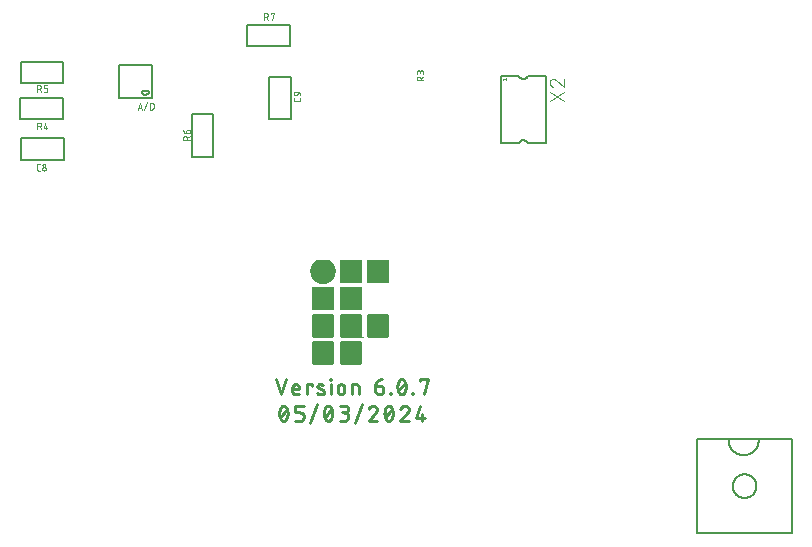
<source format=gbr>
G04 EAGLE Gerber RS-274X export*
G75*
%MOMM*%
%FSLAX34Y34*%
%LPD*%
%INSilkscreen Top*%
%IPPOS*%
%AMOC8*
5,1,8,0,0,1.08239X$1,22.5*%
G01*
%ADD10C,0.228600*%
%ADD11R,1.600000X0.020000*%
%ADD12R,1.720000X0.020000*%
%ADD13R,1.780000X0.020000*%
%ADD14R,1.820000X0.020000*%
%ADD15R,1.840000X0.020000*%
%ADD16R,1.860000X0.020000*%
%ADD17R,1.880000X0.020000*%
%ADD18R,1.900000X0.020000*%
%ADD19R,1.920000X0.020000*%
%ADD20R,1.800000X0.020000*%
%ADD21R,1.760000X0.020000*%
%ADD22R,1.680000X0.020000*%
%ADD23R,1.660000X0.020000*%
%ADD24R,1.740000X0.020000*%
%ADD25R,1.620000X0.020000*%
%ADD26R,1.560000X0.020000*%
%ADD27R,1.700000X0.020000*%
%ADD28R,0.260000X0.020000*%
%ADD29R,0.480000X0.020000*%
%ADD30R,0.620000X0.020000*%
%ADD31R,0.740000X0.020000*%
%ADD32R,0.840000X0.020000*%
%ADD33R,0.920000X0.020000*%
%ADD34R,1.000000X0.020000*%
%ADD35R,1.080000X0.020000*%
%ADD36R,1.140000X0.020000*%
%ADD37R,1.200000X0.020000*%
%ADD38R,1.260000X0.020000*%
%ADD39R,1.320000X0.020000*%
%ADD40R,1.360000X0.020000*%
%ADD41R,1.400000X0.020000*%
%ADD42R,1.440000X0.020000*%
%ADD43R,1.480000X0.020000*%
%ADD44R,1.520000X0.020000*%
%ADD45R,1.640000X0.020000*%
%ADD46R,1.960000X0.020000*%
%ADD47R,2.000000X0.020000*%
%ADD48R,2.040000X0.020000*%
%ADD49R,2.060000X0.020000*%
%ADD50R,2.080000X0.020000*%
%ADD51R,2.100000X0.020000*%
%ADD52R,2.120000X0.020000*%
%ADD53R,1.940000X0.020000*%
%ADD54R,1.580000X0.020000*%
%ADD55R,1.540000X0.020000*%
%ADD56R,1.500000X0.020000*%
%ADD57R,1.460000X0.020000*%
%ADD58R,1.420000X0.020000*%
%ADD59R,1.280000X0.020000*%
%ADD60R,1.220000X0.020000*%
%ADD61R,1.160000X0.020000*%
%ADD62R,1.040000X0.020000*%
%ADD63R,0.960000X0.020000*%
%ADD64R,0.880000X0.020000*%
%ADD65C,0.127000*%
%ADD66C,0.203200*%
%ADD67C,0.050800*%
%ADD68C,0.025400*%
%ADD69C,0.101600*%


D10*
X502600Y143559D02*
X506838Y130845D01*
X511076Y143559D01*
X518732Y130845D02*
X522263Y130845D01*
X518732Y130845D02*
X518642Y130847D01*
X518552Y130853D01*
X518463Y130862D01*
X518374Y130875D01*
X518286Y130893D01*
X518198Y130913D01*
X518112Y130938D01*
X518026Y130966D01*
X517942Y130998D01*
X517859Y131033D01*
X517778Y131072D01*
X517699Y131114D01*
X517621Y131160D01*
X517545Y131208D01*
X517472Y131260D01*
X517401Y131315D01*
X517332Y131373D01*
X517266Y131434D01*
X517202Y131498D01*
X517141Y131564D01*
X517083Y131633D01*
X517028Y131704D01*
X516976Y131777D01*
X516928Y131853D01*
X516882Y131931D01*
X516840Y132010D01*
X516801Y132091D01*
X516766Y132174D01*
X516734Y132258D01*
X516706Y132344D01*
X516681Y132430D01*
X516661Y132518D01*
X516643Y132606D01*
X516630Y132695D01*
X516621Y132784D01*
X516615Y132874D01*
X516613Y132964D01*
X516613Y136496D01*
X516615Y136602D01*
X516621Y136707D01*
X516631Y136812D01*
X516645Y136917D01*
X516662Y137021D01*
X516684Y137125D01*
X516709Y137227D01*
X516739Y137329D01*
X516772Y137429D01*
X516808Y137528D01*
X516849Y137626D01*
X516893Y137722D01*
X516940Y137816D01*
X516991Y137909D01*
X517046Y137999D01*
X517104Y138087D01*
X517165Y138174D01*
X517229Y138257D01*
X517297Y138339D01*
X517367Y138417D01*
X517440Y138494D01*
X517517Y138567D01*
X517595Y138637D01*
X517677Y138705D01*
X517760Y138769D01*
X517847Y138830D01*
X517935Y138888D01*
X518026Y138943D01*
X518118Y138994D01*
X518212Y139041D01*
X518308Y139085D01*
X518406Y139126D01*
X518505Y139162D01*
X518605Y139195D01*
X518707Y139225D01*
X518809Y139250D01*
X518913Y139272D01*
X519017Y139289D01*
X519122Y139303D01*
X519227Y139313D01*
X519332Y139319D01*
X519438Y139321D01*
X519544Y139319D01*
X519649Y139313D01*
X519754Y139303D01*
X519859Y139289D01*
X519963Y139272D01*
X520067Y139250D01*
X520169Y139225D01*
X520271Y139195D01*
X520371Y139162D01*
X520470Y139126D01*
X520568Y139085D01*
X520664Y139041D01*
X520758Y138994D01*
X520851Y138943D01*
X520941Y138888D01*
X521029Y138830D01*
X521116Y138769D01*
X521199Y138705D01*
X521281Y138637D01*
X521359Y138567D01*
X521436Y138494D01*
X521509Y138417D01*
X521579Y138339D01*
X521647Y138257D01*
X521711Y138174D01*
X521772Y138087D01*
X521830Y137999D01*
X521885Y137909D01*
X521936Y137816D01*
X521983Y137722D01*
X522027Y137626D01*
X522068Y137528D01*
X522104Y137429D01*
X522137Y137329D01*
X522167Y137227D01*
X522192Y137125D01*
X522214Y137021D01*
X522231Y136917D01*
X522245Y136812D01*
X522255Y136707D01*
X522261Y136602D01*
X522263Y136496D01*
X522263Y135083D01*
X516613Y135083D01*
X528876Y130845D02*
X528876Y139321D01*
X533114Y139321D01*
X533114Y137909D01*
X538822Y135790D02*
X542354Y134377D01*
X538822Y135790D02*
X538744Y135823D01*
X538668Y135860D01*
X538593Y135900D01*
X538521Y135944D01*
X538450Y135991D01*
X538382Y136041D01*
X538316Y136095D01*
X538253Y136151D01*
X538193Y136210D01*
X538135Y136272D01*
X538080Y136337D01*
X538028Y136404D01*
X537979Y136473D01*
X537934Y136544D01*
X537892Y136618D01*
X537853Y136693D01*
X537818Y136770D01*
X537787Y136849D01*
X537759Y136929D01*
X537735Y137010D01*
X537715Y137092D01*
X537698Y137175D01*
X537686Y137259D01*
X537677Y137343D01*
X537672Y137428D01*
X537671Y137513D01*
X537674Y137597D01*
X537681Y137682D01*
X537692Y137766D01*
X537707Y137849D01*
X537725Y137932D01*
X537747Y138013D01*
X537773Y138094D01*
X537803Y138173D01*
X537837Y138251D01*
X537874Y138327D01*
X537914Y138402D01*
X537958Y138474D01*
X538005Y138544D01*
X538055Y138613D01*
X538109Y138678D01*
X538165Y138741D01*
X538225Y138802D01*
X538287Y138860D01*
X538351Y138914D01*
X538418Y138966D01*
X538488Y139014D01*
X538559Y139060D01*
X538633Y139102D01*
X538708Y139140D01*
X538786Y139175D01*
X538864Y139206D01*
X538944Y139234D01*
X539026Y139258D01*
X539108Y139278D01*
X539191Y139294D01*
X539275Y139307D01*
X539359Y139315D01*
X539443Y139320D01*
X539528Y139321D01*
X539529Y139321D02*
X539721Y139316D01*
X539914Y139306D01*
X540106Y139292D01*
X540298Y139273D01*
X540490Y139250D01*
X540680Y139221D01*
X540871Y139189D01*
X541060Y139151D01*
X541248Y139110D01*
X541435Y139063D01*
X541621Y139012D01*
X541806Y138957D01*
X541989Y138897D01*
X542171Y138833D01*
X542352Y138765D01*
X542530Y138692D01*
X542707Y138615D01*
X542353Y134376D02*
X542431Y134343D01*
X542507Y134306D01*
X542582Y134266D01*
X542654Y134222D01*
X542725Y134175D01*
X542793Y134125D01*
X542859Y134071D01*
X542922Y134015D01*
X542982Y133956D01*
X543040Y133894D01*
X543095Y133829D01*
X543147Y133762D01*
X543196Y133693D01*
X543241Y133622D01*
X543283Y133548D01*
X543322Y133473D01*
X543357Y133396D01*
X543388Y133317D01*
X543416Y133237D01*
X543440Y133156D01*
X543460Y133074D01*
X543477Y132991D01*
X543489Y132907D01*
X543498Y132823D01*
X543503Y132738D01*
X543504Y132653D01*
X543501Y132569D01*
X543494Y132484D01*
X543483Y132400D01*
X543468Y132317D01*
X543450Y132234D01*
X543428Y132153D01*
X543402Y132072D01*
X543372Y131993D01*
X543338Y131915D01*
X543301Y131839D01*
X543261Y131764D01*
X543217Y131692D01*
X543170Y131622D01*
X543120Y131553D01*
X543066Y131488D01*
X543010Y131425D01*
X542950Y131364D01*
X542888Y131307D01*
X542824Y131252D01*
X542757Y131200D01*
X542687Y131152D01*
X542616Y131106D01*
X542542Y131064D01*
X542467Y131026D01*
X542389Y130991D01*
X542311Y130960D01*
X542231Y130932D01*
X542149Y130908D01*
X542067Y130888D01*
X541984Y130872D01*
X541900Y130859D01*
X541816Y130851D01*
X541732Y130846D01*
X541647Y130845D01*
X541364Y130853D01*
X541081Y130867D01*
X540798Y130887D01*
X540516Y130915D01*
X540235Y130949D01*
X539955Y130990D01*
X539675Y131037D01*
X539397Y131091D01*
X539120Y131152D01*
X538845Y131219D01*
X538572Y131292D01*
X538300Y131372D01*
X538030Y131459D01*
X537762Y131552D01*
X549138Y130845D02*
X549138Y139321D01*
X548785Y142853D02*
X548785Y143559D01*
X549491Y143559D01*
X549491Y142853D01*
X548785Y142853D01*
X554862Y136496D02*
X554862Y133671D01*
X554863Y136496D02*
X554865Y136602D01*
X554871Y136707D01*
X554881Y136812D01*
X554895Y136917D01*
X554912Y137021D01*
X554934Y137125D01*
X554959Y137227D01*
X554989Y137329D01*
X555022Y137429D01*
X555058Y137528D01*
X555099Y137626D01*
X555143Y137722D01*
X555190Y137816D01*
X555241Y137909D01*
X555296Y137999D01*
X555354Y138087D01*
X555415Y138174D01*
X555479Y138257D01*
X555547Y138339D01*
X555617Y138417D01*
X555690Y138494D01*
X555767Y138567D01*
X555845Y138637D01*
X555927Y138705D01*
X556010Y138769D01*
X556097Y138830D01*
X556185Y138888D01*
X556276Y138943D01*
X556368Y138994D01*
X556462Y139041D01*
X556558Y139085D01*
X556656Y139126D01*
X556755Y139162D01*
X556855Y139195D01*
X556957Y139225D01*
X557059Y139250D01*
X557163Y139272D01*
X557267Y139289D01*
X557372Y139303D01*
X557477Y139313D01*
X557582Y139319D01*
X557688Y139321D01*
X557794Y139319D01*
X557899Y139313D01*
X558004Y139303D01*
X558109Y139289D01*
X558213Y139272D01*
X558317Y139250D01*
X558419Y139225D01*
X558521Y139195D01*
X558621Y139162D01*
X558720Y139126D01*
X558818Y139085D01*
X558914Y139041D01*
X559008Y138994D01*
X559101Y138943D01*
X559191Y138888D01*
X559279Y138830D01*
X559366Y138769D01*
X559449Y138705D01*
X559531Y138637D01*
X559609Y138567D01*
X559686Y138494D01*
X559759Y138417D01*
X559829Y138339D01*
X559897Y138257D01*
X559961Y138174D01*
X560022Y138087D01*
X560080Y137999D01*
X560135Y137909D01*
X560186Y137816D01*
X560233Y137722D01*
X560277Y137626D01*
X560318Y137528D01*
X560354Y137429D01*
X560387Y137329D01*
X560417Y137227D01*
X560442Y137125D01*
X560464Y137021D01*
X560481Y136917D01*
X560495Y136812D01*
X560505Y136707D01*
X560511Y136602D01*
X560513Y136496D01*
X560513Y133671D01*
X560511Y133565D01*
X560505Y133460D01*
X560495Y133355D01*
X560481Y133250D01*
X560464Y133146D01*
X560442Y133042D01*
X560417Y132940D01*
X560387Y132838D01*
X560354Y132738D01*
X560318Y132639D01*
X560277Y132541D01*
X560233Y132445D01*
X560186Y132351D01*
X560135Y132258D01*
X560080Y132168D01*
X560022Y132080D01*
X559961Y131993D01*
X559897Y131910D01*
X559829Y131828D01*
X559759Y131750D01*
X559686Y131673D01*
X559609Y131600D01*
X559531Y131530D01*
X559449Y131462D01*
X559366Y131398D01*
X559279Y131337D01*
X559191Y131279D01*
X559101Y131224D01*
X559008Y131173D01*
X558914Y131126D01*
X558818Y131082D01*
X558720Y131041D01*
X558621Y131005D01*
X558521Y130972D01*
X558419Y130942D01*
X558317Y130917D01*
X558213Y130895D01*
X558109Y130878D01*
X558004Y130864D01*
X557899Y130854D01*
X557794Y130848D01*
X557688Y130846D01*
X557582Y130848D01*
X557477Y130854D01*
X557372Y130864D01*
X557267Y130878D01*
X557163Y130895D01*
X557059Y130917D01*
X556957Y130942D01*
X556855Y130972D01*
X556755Y131005D01*
X556656Y131041D01*
X556558Y131082D01*
X556462Y131126D01*
X556368Y131173D01*
X556276Y131224D01*
X556185Y131279D01*
X556097Y131337D01*
X556010Y131398D01*
X555927Y131462D01*
X555845Y131530D01*
X555767Y131600D01*
X555690Y131673D01*
X555617Y131750D01*
X555547Y131828D01*
X555479Y131910D01*
X555415Y131993D01*
X555354Y132080D01*
X555296Y132168D01*
X555241Y132259D01*
X555190Y132351D01*
X555143Y132445D01*
X555099Y132541D01*
X555058Y132639D01*
X555022Y132738D01*
X554989Y132838D01*
X554959Y132940D01*
X554934Y133042D01*
X554912Y133146D01*
X554895Y133250D01*
X554881Y133355D01*
X554871Y133460D01*
X554865Y133565D01*
X554863Y133671D01*
X567012Y130845D02*
X567012Y139321D01*
X570544Y139321D01*
X570634Y139319D01*
X570724Y139313D01*
X570813Y139304D01*
X570902Y139291D01*
X570990Y139273D01*
X571078Y139253D01*
X571164Y139228D01*
X571250Y139200D01*
X571334Y139168D01*
X571417Y139133D01*
X571498Y139094D01*
X571577Y139052D01*
X571655Y139006D01*
X571731Y138958D01*
X571804Y138906D01*
X571875Y138851D01*
X571944Y138793D01*
X572010Y138732D01*
X572074Y138668D01*
X572135Y138602D01*
X572193Y138533D01*
X572248Y138462D01*
X572300Y138389D01*
X572348Y138313D01*
X572394Y138235D01*
X572436Y138156D01*
X572475Y138075D01*
X572510Y137992D01*
X572542Y137908D01*
X572570Y137822D01*
X572595Y137736D01*
X572615Y137648D01*
X572633Y137560D01*
X572646Y137471D01*
X572655Y137382D01*
X572661Y137292D01*
X572663Y137202D01*
X572663Y130845D01*
X586556Y137909D02*
X590794Y137909D01*
X590794Y137908D02*
X590900Y137906D01*
X591005Y137900D01*
X591110Y137890D01*
X591215Y137876D01*
X591319Y137859D01*
X591423Y137837D01*
X591525Y137812D01*
X591627Y137782D01*
X591727Y137749D01*
X591826Y137713D01*
X591924Y137672D01*
X592020Y137628D01*
X592114Y137581D01*
X592207Y137530D01*
X592297Y137475D01*
X592385Y137417D01*
X592472Y137356D01*
X592555Y137292D01*
X592637Y137224D01*
X592715Y137154D01*
X592792Y137081D01*
X592865Y137004D01*
X592935Y136926D01*
X593003Y136844D01*
X593067Y136761D01*
X593128Y136674D01*
X593186Y136586D01*
X593241Y136496D01*
X593292Y136403D01*
X593339Y136309D01*
X593383Y136213D01*
X593424Y136115D01*
X593460Y136016D01*
X593493Y135916D01*
X593523Y135814D01*
X593548Y135712D01*
X593570Y135608D01*
X593587Y135504D01*
X593601Y135399D01*
X593611Y135294D01*
X593617Y135189D01*
X593619Y135083D01*
X593619Y134377D01*
X593620Y134377D02*
X593618Y134259D01*
X593612Y134141D01*
X593602Y134023D01*
X593588Y133906D01*
X593571Y133790D01*
X593549Y133673D01*
X593524Y133558D01*
X593495Y133444D01*
X593461Y133331D01*
X593425Y133218D01*
X593384Y133108D01*
X593340Y132998D01*
X593292Y132890D01*
X593240Y132784D01*
X593185Y132680D01*
X593127Y132577D01*
X593065Y132476D01*
X593000Y132378D01*
X592932Y132282D01*
X592860Y132188D01*
X592785Y132097D01*
X592708Y132008D01*
X592627Y131922D01*
X592543Y131838D01*
X592457Y131757D01*
X592368Y131680D01*
X592277Y131605D01*
X592183Y131533D01*
X592087Y131465D01*
X591989Y131400D01*
X591888Y131338D01*
X591785Y131280D01*
X591681Y131225D01*
X591575Y131173D01*
X591467Y131125D01*
X591357Y131081D01*
X591247Y131040D01*
X591134Y131004D01*
X591021Y130970D01*
X590907Y130941D01*
X590792Y130916D01*
X590675Y130894D01*
X590559Y130877D01*
X590442Y130863D01*
X590324Y130853D01*
X590206Y130847D01*
X590088Y130845D01*
X589970Y130847D01*
X589852Y130853D01*
X589734Y130863D01*
X589617Y130877D01*
X589501Y130894D01*
X589384Y130916D01*
X589269Y130941D01*
X589155Y130970D01*
X589042Y131004D01*
X588929Y131040D01*
X588819Y131081D01*
X588709Y131125D01*
X588601Y131173D01*
X588495Y131225D01*
X588391Y131280D01*
X588288Y131338D01*
X588187Y131400D01*
X588089Y131465D01*
X587993Y131533D01*
X587899Y131605D01*
X587808Y131680D01*
X587719Y131757D01*
X587633Y131838D01*
X587549Y131922D01*
X587468Y132008D01*
X587391Y132097D01*
X587316Y132188D01*
X587244Y132282D01*
X587176Y132378D01*
X587111Y132476D01*
X587049Y132577D01*
X586991Y132680D01*
X586936Y132784D01*
X586884Y132890D01*
X586836Y132998D01*
X586792Y133108D01*
X586751Y133218D01*
X586715Y133331D01*
X586681Y133444D01*
X586652Y133558D01*
X586627Y133673D01*
X586605Y133790D01*
X586588Y133906D01*
X586574Y134023D01*
X586564Y134141D01*
X586558Y134259D01*
X586556Y134377D01*
X586556Y137909D01*
X586558Y138057D01*
X586564Y138205D01*
X586573Y138352D01*
X586587Y138500D01*
X586604Y138647D01*
X586626Y138793D01*
X586651Y138939D01*
X586679Y139084D01*
X586712Y139228D01*
X586749Y139372D01*
X586789Y139514D01*
X586833Y139655D01*
X586880Y139795D01*
X586931Y139934D01*
X586986Y140072D01*
X587045Y140207D01*
X587106Y140342D01*
X587172Y140474D01*
X587241Y140605D01*
X587313Y140734D01*
X587389Y140862D01*
X587468Y140987D01*
X587550Y141110D01*
X587635Y141231D01*
X587724Y141349D01*
X587815Y141465D01*
X587910Y141579D01*
X588007Y141690D01*
X588108Y141799D01*
X588211Y141905D01*
X588317Y142008D01*
X588426Y142109D01*
X588537Y142206D01*
X588651Y142301D01*
X588767Y142392D01*
X588885Y142481D01*
X589006Y142566D01*
X589129Y142648D01*
X589254Y142727D01*
X589381Y142803D01*
X589511Y142875D01*
X589641Y142944D01*
X589774Y143009D01*
X589909Y143071D01*
X590044Y143130D01*
X590182Y143185D01*
X590321Y143236D01*
X590461Y143283D01*
X590602Y143327D01*
X590744Y143367D01*
X590888Y143404D01*
X591032Y143437D01*
X591177Y143465D01*
X591323Y143490D01*
X591469Y143512D01*
X591616Y143529D01*
X591764Y143543D01*
X591911Y143552D01*
X592059Y143558D01*
X592207Y143560D01*
X599185Y131552D02*
X599185Y130845D01*
X599185Y131552D02*
X599891Y131552D01*
X599891Y130845D01*
X599185Y130845D01*
X605456Y137202D02*
X605459Y137452D01*
X605468Y137702D01*
X605483Y137952D01*
X605504Y138201D01*
X605531Y138450D01*
X605563Y138698D01*
X605602Y138945D01*
X605647Y139191D01*
X605697Y139436D01*
X605753Y139680D01*
X605815Y139922D01*
X605883Y140163D01*
X605957Y140402D01*
X606036Y140639D01*
X606121Y140874D01*
X606211Y141107D01*
X606307Y141338D01*
X606409Y141567D01*
X606515Y141793D01*
X606516Y141793D02*
X606551Y141889D01*
X606589Y141982D01*
X606631Y142075D01*
X606677Y142165D01*
X606726Y142254D01*
X606778Y142340D01*
X606834Y142425D01*
X606893Y142507D01*
X606955Y142587D01*
X607020Y142665D01*
X607088Y142740D01*
X607159Y142812D01*
X607233Y142882D01*
X607309Y142948D01*
X607388Y143012D01*
X607469Y143072D01*
X607553Y143130D01*
X607638Y143184D01*
X607726Y143234D01*
X607816Y143281D01*
X607907Y143325D01*
X608000Y143365D01*
X608095Y143402D01*
X608191Y143434D01*
X608288Y143463D01*
X608386Y143489D01*
X608485Y143510D01*
X608584Y143528D01*
X608685Y143541D01*
X608786Y143551D01*
X608887Y143557D01*
X608988Y143559D01*
X609089Y143557D01*
X609190Y143551D01*
X609291Y143541D01*
X609392Y143528D01*
X609491Y143510D01*
X609590Y143489D01*
X609688Y143463D01*
X609785Y143434D01*
X609881Y143402D01*
X609976Y143365D01*
X610069Y143325D01*
X610160Y143281D01*
X610250Y143234D01*
X610338Y143184D01*
X610423Y143130D01*
X610507Y143072D01*
X610588Y143012D01*
X610667Y142948D01*
X610743Y142882D01*
X610817Y142812D01*
X610888Y142740D01*
X610956Y142665D01*
X611021Y142587D01*
X611083Y142507D01*
X611142Y142425D01*
X611198Y142340D01*
X611250Y142254D01*
X611299Y142165D01*
X611345Y142075D01*
X611387Y141982D01*
X611425Y141889D01*
X611460Y141793D01*
X611566Y141567D01*
X611668Y141338D01*
X611764Y141107D01*
X611854Y140874D01*
X611939Y140639D01*
X612018Y140402D01*
X612092Y140163D01*
X612160Y139922D01*
X612222Y139680D01*
X612278Y139436D01*
X612328Y139191D01*
X612373Y138945D01*
X612412Y138698D01*
X612444Y138450D01*
X612471Y138201D01*
X612492Y137952D01*
X612507Y137702D01*
X612516Y137452D01*
X612519Y137202D01*
X605456Y137202D02*
X605459Y136952D01*
X605468Y136702D01*
X605483Y136452D01*
X605504Y136203D01*
X605531Y135954D01*
X605563Y135706D01*
X605602Y135459D01*
X605647Y135213D01*
X605697Y134968D01*
X605753Y134724D01*
X605815Y134482D01*
X605883Y134241D01*
X605957Y134002D01*
X606036Y133765D01*
X606121Y133530D01*
X606211Y133297D01*
X606307Y133066D01*
X606409Y132837D01*
X606515Y132611D01*
X606516Y132612D02*
X606551Y132516D01*
X606589Y132423D01*
X606631Y132330D01*
X606677Y132240D01*
X606726Y132151D01*
X606778Y132065D01*
X606834Y131980D01*
X606893Y131898D01*
X606955Y131818D01*
X607020Y131740D01*
X607088Y131665D01*
X607159Y131593D01*
X607233Y131523D01*
X607309Y131457D01*
X607388Y131393D01*
X607469Y131333D01*
X607553Y131275D01*
X607638Y131221D01*
X607726Y131171D01*
X607816Y131124D01*
X607907Y131080D01*
X608000Y131040D01*
X608095Y131003D01*
X608191Y130971D01*
X608288Y130942D01*
X608386Y130916D01*
X608485Y130895D01*
X608584Y130877D01*
X608685Y130864D01*
X608786Y130854D01*
X608887Y130848D01*
X608988Y130846D01*
X611460Y132611D02*
X611566Y132837D01*
X611668Y133066D01*
X611764Y133297D01*
X611854Y133530D01*
X611939Y133765D01*
X612018Y134002D01*
X612092Y134241D01*
X612160Y134482D01*
X612222Y134724D01*
X612278Y134968D01*
X612328Y135213D01*
X612373Y135459D01*
X612412Y135706D01*
X612444Y135954D01*
X612471Y136203D01*
X612492Y136452D01*
X612507Y136702D01*
X612516Y136952D01*
X612519Y137202D01*
X611460Y132612D02*
X611425Y132516D01*
X611387Y132423D01*
X611345Y132330D01*
X611299Y132240D01*
X611250Y132151D01*
X611198Y132065D01*
X611142Y131980D01*
X611083Y131898D01*
X611021Y131818D01*
X610956Y131740D01*
X610888Y131665D01*
X610817Y131593D01*
X610743Y131523D01*
X610667Y131457D01*
X610588Y131393D01*
X610507Y131333D01*
X610423Y131275D01*
X610338Y131221D01*
X610250Y131171D01*
X610160Y131124D01*
X610069Y131080D01*
X609976Y131040D01*
X609881Y131003D01*
X609785Y130971D01*
X609688Y130942D01*
X609590Y130916D01*
X609491Y130895D01*
X609392Y130877D01*
X609291Y130864D01*
X609190Y130854D01*
X609089Y130848D01*
X608988Y130846D01*
X606162Y133671D02*
X611813Y140734D01*
X618085Y131552D02*
X618085Y130845D01*
X618085Y131552D02*
X618791Y131552D01*
X618791Y130845D01*
X618085Y130845D01*
X624356Y142147D02*
X624356Y143559D01*
X631419Y143559D01*
X627888Y130845D01*
X506487Y119293D02*
X506381Y119067D01*
X506279Y118838D01*
X506183Y118607D01*
X506093Y118374D01*
X506008Y118139D01*
X505929Y117902D01*
X505855Y117663D01*
X505787Y117422D01*
X505725Y117180D01*
X505669Y116936D01*
X505619Y116691D01*
X505574Y116445D01*
X505535Y116198D01*
X505503Y115950D01*
X505476Y115701D01*
X505455Y115452D01*
X505440Y115202D01*
X505431Y114952D01*
X505428Y114702D01*
X506488Y119293D02*
X506523Y119389D01*
X506561Y119482D01*
X506603Y119575D01*
X506649Y119665D01*
X506698Y119754D01*
X506750Y119840D01*
X506806Y119925D01*
X506865Y120007D01*
X506927Y120087D01*
X506992Y120165D01*
X507060Y120240D01*
X507131Y120312D01*
X507205Y120382D01*
X507281Y120448D01*
X507360Y120512D01*
X507441Y120572D01*
X507525Y120630D01*
X507610Y120684D01*
X507698Y120734D01*
X507788Y120781D01*
X507879Y120825D01*
X507972Y120865D01*
X508067Y120902D01*
X508163Y120934D01*
X508260Y120963D01*
X508358Y120989D01*
X508457Y121010D01*
X508556Y121028D01*
X508657Y121041D01*
X508758Y121051D01*
X508859Y121057D01*
X508960Y121059D01*
X509061Y121057D01*
X509162Y121051D01*
X509263Y121041D01*
X509364Y121028D01*
X509463Y121010D01*
X509562Y120989D01*
X509660Y120963D01*
X509757Y120934D01*
X509853Y120902D01*
X509948Y120865D01*
X510041Y120825D01*
X510132Y120781D01*
X510222Y120734D01*
X510310Y120684D01*
X510395Y120630D01*
X510479Y120572D01*
X510560Y120512D01*
X510639Y120448D01*
X510715Y120382D01*
X510789Y120312D01*
X510860Y120240D01*
X510928Y120165D01*
X510993Y120087D01*
X511055Y120007D01*
X511114Y119925D01*
X511170Y119840D01*
X511222Y119754D01*
X511271Y119665D01*
X511317Y119575D01*
X511359Y119482D01*
X511397Y119389D01*
X511432Y119293D01*
X511538Y119067D01*
X511640Y118838D01*
X511736Y118607D01*
X511826Y118374D01*
X511911Y118139D01*
X511990Y117902D01*
X512064Y117663D01*
X512132Y117422D01*
X512194Y117180D01*
X512250Y116936D01*
X512300Y116691D01*
X512345Y116445D01*
X512384Y116198D01*
X512416Y115950D01*
X512443Y115701D01*
X512464Y115452D01*
X512479Y115202D01*
X512488Y114952D01*
X512491Y114702D01*
X505428Y114702D02*
X505431Y114452D01*
X505440Y114202D01*
X505455Y113952D01*
X505476Y113703D01*
X505503Y113454D01*
X505535Y113206D01*
X505574Y112959D01*
X505619Y112713D01*
X505669Y112468D01*
X505725Y112224D01*
X505787Y111982D01*
X505855Y111741D01*
X505929Y111502D01*
X506008Y111265D01*
X506093Y111030D01*
X506183Y110797D01*
X506279Y110566D01*
X506381Y110337D01*
X506487Y110111D01*
X506488Y110112D02*
X506523Y110016D01*
X506561Y109923D01*
X506603Y109830D01*
X506649Y109740D01*
X506698Y109651D01*
X506750Y109565D01*
X506806Y109480D01*
X506865Y109398D01*
X506927Y109318D01*
X506992Y109240D01*
X507060Y109165D01*
X507131Y109093D01*
X507205Y109023D01*
X507281Y108957D01*
X507360Y108893D01*
X507441Y108833D01*
X507525Y108775D01*
X507610Y108721D01*
X507698Y108671D01*
X507788Y108624D01*
X507879Y108580D01*
X507972Y108540D01*
X508067Y108503D01*
X508163Y108471D01*
X508260Y108442D01*
X508358Y108416D01*
X508457Y108395D01*
X508556Y108377D01*
X508657Y108364D01*
X508758Y108354D01*
X508859Y108348D01*
X508960Y108346D01*
X511432Y110111D02*
X511538Y110337D01*
X511640Y110566D01*
X511736Y110797D01*
X511826Y111030D01*
X511911Y111265D01*
X511990Y111502D01*
X512064Y111741D01*
X512132Y111982D01*
X512194Y112224D01*
X512250Y112468D01*
X512300Y112713D01*
X512345Y112959D01*
X512384Y113206D01*
X512416Y113454D01*
X512443Y113703D01*
X512464Y113952D01*
X512479Y114202D01*
X512488Y114452D01*
X512491Y114702D01*
X511432Y110112D02*
X511397Y110016D01*
X511359Y109923D01*
X511317Y109830D01*
X511271Y109740D01*
X511222Y109651D01*
X511170Y109565D01*
X511114Y109480D01*
X511055Y109398D01*
X510993Y109318D01*
X510928Y109240D01*
X510860Y109165D01*
X510789Y109093D01*
X510715Y109023D01*
X510639Y108957D01*
X510560Y108893D01*
X510479Y108833D01*
X510395Y108775D01*
X510310Y108721D01*
X510222Y108671D01*
X510132Y108624D01*
X510041Y108580D01*
X509948Y108540D01*
X509853Y108503D01*
X509757Y108471D01*
X509660Y108442D01*
X509562Y108416D01*
X509463Y108395D01*
X509364Y108377D01*
X509263Y108364D01*
X509162Y108354D01*
X509061Y108348D01*
X508960Y108346D01*
X506134Y111171D02*
X511785Y118234D01*
X518928Y108345D02*
X523166Y108345D01*
X523166Y108346D02*
X523272Y108348D01*
X523377Y108354D01*
X523482Y108364D01*
X523587Y108378D01*
X523691Y108395D01*
X523795Y108417D01*
X523897Y108442D01*
X523999Y108472D01*
X524099Y108505D01*
X524198Y108541D01*
X524296Y108582D01*
X524392Y108626D01*
X524486Y108673D01*
X524579Y108724D01*
X524669Y108779D01*
X524757Y108837D01*
X524844Y108898D01*
X524927Y108962D01*
X525009Y109030D01*
X525087Y109100D01*
X525164Y109173D01*
X525237Y109250D01*
X525307Y109328D01*
X525375Y109410D01*
X525439Y109493D01*
X525500Y109580D01*
X525558Y109668D01*
X525613Y109758D01*
X525664Y109851D01*
X525711Y109945D01*
X525755Y110041D01*
X525796Y110139D01*
X525832Y110238D01*
X525865Y110338D01*
X525895Y110440D01*
X525920Y110542D01*
X525942Y110646D01*
X525959Y110750D01*
X525973Y110855D01*
X525983Y110960D01*
X525989Y111065D01*
X525991Y111171D01*
X525991Y112583D01*
X525989Y112689D01*
X525983Y112794D01*
X525973Y112899D01*
X525959Y113004D01*
X525942Y113108D01*
X525920Y113212D01*
X525895Y113314D01*
X525865Y113416D01*
X525832Y113516D01*
X525796Y113615D01*
X525755Y113713D01*
X525711Y113809D01*
X525664Y113903D01*
X525613Y113996D01*
X525558Y114086D01*
X525500Y114174D01*
X525439Y114261D01*
X525375Y114344D01*
X525307Y114426D01*
X525237Y114504D01*
X525164Y114581D01*
X525087Y114654D01*
X525009Y114724D01*
X524927Y114792D01*
X524844Y114856D01*
X524757Y114917D01*
X524669Y114975D01*
X524579Y115030D01*
X524486Y115081D01*
X524392Y115128D01*
X524296Y115172D01*
X524198Y115213D01*
X524099Y115249D01*
X523999Y115282D01*
X523897Y115312D01*
X523795Y115337D01*
X523691Y115359D01*
X523587Y115376D01*
X523482Y115390D01*
X523377Y115400D01*
X523272Y115406D01*
X523166Y115408D01*
X523166Y115409D02*
X518928Y115409D01*
X518928Y121059D01*
X525991Y121059D01*
X537435Y122472D02*
X531784Y106933D01*
X543228Y114702D02*
X543231Y114952D01*
X543240Y115202D01*
X543255Y115452D01*
X543276Y115701D01*
X543303Y115950D01*
X543335Y116198D01*
X543374Y116445D01*
X543419Y116691D01*
X543469Y116936D01*
X543525Y117180D01*
X543587Y117422D01*
X543655Y117663D01*
X543729Y117902D01*
X543808Y118139D01*
X543893Y118374D01*
X543983Y118607D01*
X544079Y118838D01*
X544181Y119067D01*
X544287Y119293D01*
X544288Y119293D02*
X544323Y119389D01*
X544361Y119482D01*
X544403Y119575D01*
X544449Y119665D01*
X544498Y119754D01*
X544550Y119840D01*
X544606Y119925D01*
X544665Y120007D01*
X544727Y120087D01*
X544792Y120165D01*
X544860Y120240D01*
X544931Y120312D01*
X545005Y120382D01*
X545081Y120448D01*
X545160Y120512D01*
X545241Y120572D01*
X545325Y120630D01*
X545410Y120684D01*
X545498Y120734D01*
X545588Y120781D01*
X545679Y120825D01*
X545772Y120865D01*
X545867Y120902D01*
X545963Y120934D01*
X546060Y120963D01*
X546158Y120989D01*
X546257Y121010D01*
X546356Y121028D01*
X546457Y121041D01*
X546558Y121051D01*
X546659Y121057D01*
X546760Y121059D01*
X546861Y121057D01*
X546962Y121051D01*
X547063Y121041D01*
X547164Y121028D01*
X547263Y121010D01*
X547362Y120989D01*
X547460Y120963D01*
X547557Y120934D01*
X547653Y120902D01*
X547748Y120865D01*
X547841Y120825D01*
X547932Y120781D01*
X548022Y120734D01*
X548110Y120684D01*
X548195Y120630D01*
X548279Y120572D01*
X548360Y120512D01*
X548439Y120448D01*
X548515Y120382D01*
X548589Y120312D01*
X548660Y120240D01*
X548728Y120165D01*
X548793Y120087D01*
X548855Y120007D01*
X548914Y119925D01*
X548970Y119840D01*
X549022Y119754D01*
X549071Y119665D01*
X549117Y119575D01*
X549159Y119482D01*
X549197Y119389D01*
X549232Y119293D01*
X549338Y119067D01*
X549440Y118838D01*
X549536Y118607D01*
X549626Y118374D01*
X549711Y118139D01*
X549790Y117902D01*
X549864Y117663D01*
X549932Y117422D01*
X549994Y117180D01*
X550050Y116936D01*
X550100Y116691D01*
X550145Y116445D01*
X550184Y116198D01*
X550216Y115950D01*
X550243Y115701D01*
X550264Y115452D01*
X550279Y115202D01*
X550288Y114952D01*
X550291Y114702D01*
X543228Y114702D02*
X543231Y114452D01*
X543240Y114202D01*
X543255Y113952D01*
X543276Y113703D01*
X543303Y113454D01*
X543335Y113206D01*
X543374Y112959D01*
X543419Y112713D01*
X543469Y112468D01*
X543525Y112224D01*
X543587Y111982D01*
X543655Y111741D01*
X543729Y111502D01*
X543808Y111265D01*
X543893Y111030D01*
X543983Y110797D01*
X544079Y110566D01*
X544181Y110337D01*
X544287Y110111D01*
X544288Y110112D02*
X544323Y110016D01*
X544361Y109923D01*
X544403Y109830D01*
X544449Y109740D01*
X544498Y109651D01*
X544550Y109565D01*
X544606Y109480D01*
X544665Y109398D01*
X544727Y109318D01*
X544792Y109240D01*
X544860Y109165D01*
X544931Y109093D01*
X545005Y109023D01*
X545081Y108957D01*
X545160Y108893D01*
X545241Y108833D01*
X545325Y108775D01*
X545410Y108721D01*
X545498Y108671D01*
X545588Y108624D01*
X545679Y108580D01*
X545772Y108540D01*
X545867Y108503D01*
X545963Y108471D01*
X546060Y108442D01*
X546158Y108416D01*
X546257Y108395D01*
X546356Y108377D01*
X546457Y108364D01*
X546558Y108354D01*
X546659Y108348D01*
X546760Y108346D01*
X549232Y110111D02*
X549338Y110337D01*
X549440Y110566D01*
X549536Y110797D01*
X549626Y111030D01*
X549711Y111265D01*
X549790Y111502D01*
X549864Y111741D01*
X549932Y111982D01*
X549994Y112224D01*
X550050Y112468D01*
X550100Y112713D01*
X550145Y112959D01*
X550184Y113206D01*
X550216Y113454D01*
X550243Y113703D01*
X550264Y113952D01*
X550279Y114202D01*
X550288Y114452D01*
X550291Y114702D01*
X549232Y110112D02*
X549197Y110016D01*
X549159Y109923D01*
X549117Y109830D01*
X549071Y109740D01*
X549022Y109651D01*
X548970Y109565D01*
X548914Y109480D01*
X548855Y109398D01*
X548793Y109318D01*
X548728Y109240D01*
X548660Y109165D01*
X548589Y109093D01*
X548515Y109023D01*
X548439Y108957D01*
X548360Y108893D01*
X548279Y108833D01*
X548195Y108775D01*
X548110Y108721D01*
X548022Y108671D01*
X547932Y108624D01*
X547841Y108580D01*
X547748Y108540D01*
X547653Y108503D01*
X547557Y108471D01*
X547460Y108442D01*
X547362Y108416D01*
X547263Y108395D01*
X547164Y108377D01*
X547063Y108364D01*
X546962Y108354D01*
X546861Y108348D01*
X546760Y108346D01*
X543934Y111171D02*
X549585Y118234D01*
X556728Y108345D02*
X560260Y108345D01*
X560378Y108347D01*
X560496Y108353D01*
X560614Y108363D01*
X560731Y108377D01*
X560847Y108394D01*
X560964Y108416D01*
X561079Y108441D01*
X561193Y108470D01*
X561306Y108504D01*
X561419Y108540D01*
X561529Y108581D01*
X561639Y108625D01*
X561747Y108673D01*
X561853Y108725D01*
X561957Y108780D01*
X562060Y108838D01*
X562161Y108900D01*
X562259Y108965D01*
X562355Y109033D01*
X562449Y109105D01*
X562540Y109180D01*
X562629Y109257D01*
X562715Y109338D01*
X562799Y109422D01*
X562880Y109508D01*
X562957Y109597D01*
X563032Y109688D01*
X563104Y109782D01*
X563172Y109878D01*
X563237Y109976D01*
X563299Y110077D01*
X563357Y110180D01*
X563412Y110284D01*
X563464Y110390D01*
X563512Y110498D01*
X563556Y110608D01*
X563597Y110718D01*
X563633Y110831D01*
X563667Y110944D01*
X563696Y111058D01*
X563721Y111173D01*
X563743Y111290D01*
X563760Y111406D01*
X563774Y111523D01*
X563784Y111641D01*
X563790Y111759D01*
X563792Y111877D01*
X563790Y111995D01*
X563784Y112113D01*
X563774Y112231D01*
X563760Y112348D01*
X563743Y112464D01*
X563721Y112581D01*
X563696Y112696D01*
X563667Y112810D01*
X563633Y112923D01*
X563597Y113036D01*
X563556Y113146D01*
X563512Y113256D01*
X563464Y113364D01*
X563412Y113470D01*
X563357Y113574D01*
X563299Y113677D01*
X563237Y113778D01*
X563172Y113876D01*
X563104Y113972D01*
X563032Y114066D01*
X562957Y114157D01*
X562880Y114246D01*
X562799Y114332D01*
X562715Y114416D01*
X562629Y114497D01*
X562540Y114574D01*
X562449Y114649D01*
X562355Y114721D01*
X562259Y114789D01*
X562161Y114854D01*
X562060Y114916D01*
X561957Y114974D01*
X561853Y115029D01*
X561747Y115081D01*
X561639Y115129D01*
X561529Y115173D01*
X561419Y115214D01*
X561306Y115250D01*
X561193Y115284D01*
X561079Y115313D01*
X560964Y115338D01*
X560847Y115360D01*
X560731Y115377D01*
X560614Y115391D01*
X560496Y115401D01*
X560378Y115407D01*
X560260Y115409D01*
X560966Y121059D02*
X556728Y121059D01*
X560966Y121059D02*
X561072Y121057D01*
X561177Y121051D01*
X561282Y121041D01*
X561387Y121027D01*
X561491Y121010D01*
X561595Y120988D01*
X561697Y120963D01*
X561799Y120933D01*
X561899Y120900D01*
X561998Y120864D01*
X562096Y120823D01*
X562192Y120779D01*
X562286Y120732D01*
X562379Y120681D01*
X562469Y120626D01*
X562557Y120568D01*
X562644Y120507D01*
X562727Y120443D01*
X562809Y120375D01*
X562887Y120305D01*
X562964Y120232D01*
X563037Y120155D01*
X563107Y120077D01*
X563175Y119995D01*
X563239Y119912D01*
X563300Y119825D01*
X563358Y119737D01*
X563413Y119646D01*
X563464Y119554D01*
X563511Y119460D01*
X563555Y119364D01*
X563596Y119266D01*
X563632Y119167D01*
X563665Y119067D01*
X563695Y118965D01*
X563720Y118863D01*
X563742Y118759D01*
X563759Y118655D01*
X563773Y118550D01*
X563783Y118445D01*
X563789Y118340D01*
X563791Y118234D01*
X563789Y118128D01*
X563783Y118023D01*
X563773Y117918D01*
X563759Y117813D01*
X563742Y117709D01*
X563720Y117605D01*
X563695Y117503D01*
X563665Y117401D01*
X563632Y117301D01*
X563596Y117202D01*
X563555Y117104D01*
X563511Y117008D01*
X563464Y116914D01*
X563413Y116821D01*
X563358Y116731D01*
X563300Y116643D01*
X563239Y116556D01*
X563175Y116473D01*
X563107Y116391D01*
X563037Y116313D01*
X562964Y116236D01*
X562887Y116163D01*
X562809Y116093D01*
X562727Y116025D01*
X562644Y115961D01*
X562557Y115900D01*
X562469Y115842D01*
X562379Y115787D01*
X562286Y115736D01*
X562192Y115689D01*
X562096Y115645D01*
X561998Y115604D01*
X561899Y115568D01*
X561799Y115535D01*
X561697Y115505D01*
X561595Y115480D01*
X561491Y115458D01*
X561387Y115441D01*
X561282Y115427D01*
X561177Y115417D01*
X561072Y115411D01*
X560966Y115409D01*
X558141Y115409D01*
X569584Y106933D02*
X575235Y122472D01*
X584913Y121060D02*
X585024Y121058D01*
X585135Y121052D01*
X585245Y121043D01*
X585355Y121029D01*
X585465Y121012D01*
X585574Y120991D01*
X585682Y120966D01*
X585789Y120937D01*
X585895Y120904D01*
X586000Y120868D01*
X586104Y120829D01*
X586206Y120785D01*
X586307Y120738D01*
X586405Y120688D01*
X586503Y120634D01*
X586598Y120577D01*
X586691Y120517D01*
X586782Y120453D01*
X586870Y120386D01*
X586956Y120316D01*
X587040Y120243D01*
X587121Y120168D01*
X587200Y120089D01*
X587275Y120008D01*
X587348Y119924D01*
X587418Y119838D01*
X587485Y119750D01*
X587549Y119659D01*
X587609Y119566D01*
X587666Y119471D01*
X587720Y119373D01*
X587770Y119275D01*
X587817Y119174D01*
X587861Y119072D01*
X587900Y118968D01*
X587936Y118863D01*
X587969Y118757D01*
X587998Y118650D01*
X588023Y118542D01*
X588044Y118433D01*
X588061Y118323D01*
X588075Y118213D01*
X588084Y118103D01*
X588090Y117992D01*
X588092Y117881D01*
X584913Y121059D02*
X584788Y121057D01*
X584663Y121051D01*
X584538Y121042D01*
X584413Y121028D01*
X584289Y121011D01*
X584166Y120990D01*
X584043Y120965D01*
X583921Y120937D01*
X583800Y120904D01*
X583680Y120868D01*
X583561Y120829D01*
X583444Y120786D01*
X583328Y120739D01*
X583213Y120688D01*
X583100Y120634D01*
X582989Y120577D01*
X582879Y120516D01*
X582772Y120452D01*
X582666Y120385D01*
X582562Y120315D01*
X582461Y120241D01*
X582362Y120164D01*
X582266Y120084D01*
X582171Y120002D01*
X582080Y119916D01*
X581991Y119828D01*
X581905Y119737D01*
X581822Y119643D01*
X581741Y119547D01*
X581664Y119449D01*
X581590Y119348D01*
X581519Y119245D01*
X581451Y119140D01*
X581386Y119033D01*
X581324Y118924D01*
X581266Y118813D01*
X581212Y118700D01*
X581161Y118586D01*
X581113Y118470D01*
X581069Y118353D01*
X581029Y118234D01*
X587032Y115409D02*
X587114Y115490D01*
X587193Y115573D01*
X587269Y115659D01*
X587343Y115748D01*
X587413Y115839D01*
X587480Y115933D01*
X587545Y116028D01*
X587605Y116126D01*
X587663Y116226D01*
X587717Y116328D01*
X587768Y116431D01*
X587815Y116536D01*
X587859Y116643D01*
X587899Y116751D01*
X587935Y116860D01*
X587967Y116971D01*
X587996Y117082D01*
X588021Y117195D01*
X588043Y117308D01*
X588060Y117422D01*
X588074Y117536D01*
X588083Y117651D01*
X588089Y117766D01*
X588091Y117881D01*
X587032Y115409D02*
X581028Y108345D01*
X588091Y108345D01*
X594528Y114702D02*
X594531Y114952D01*
X594540Y115202D01*
X594555Y115452D01*
X594576Y115701D01*
X594603Y115950D01*
X594635Y116198D01*
X594674Y116445D01*
X594719Y116691D01*
X594769Y116936D01*
X594825Y117180D01*
X594887Y117422D01*
X594955Y117663D01*
X595029Y117902D01*
X595108Y118139D01*
X595193Y118374D01*
X595283Y118607D01*
X595379Y118838D01*
X595481Y119067D01*
X595587Y119293D01*
X595588Y119293D02*
X595623Y119389D01*
X595661Y119482D01*
X595703Y119575D01*
X595749Y119665D01*
X595798Y119754D01*
X595850Y119840D01*
X595906Y119925D01*
X595965Y120007D01*
X596027Y120087D01*
X596092Y120165D01*
X596160Y120240D01*
X596231Y120312D01*
X596305Y120382D01*
X596381Y120448D01*
X596460Y120512D01*
X596541Y120572D01*
X596625Y120630D01*
X596710Y120684D01*
X596798Y120734D01*
X596888Y120781D01*
X596979Y120825D01*
X597072Y120865D01*
X597167Y120902D01*
X597263Y120934D01*
X597360Y120963D01*
X597458Y120989D01*
X597557Y121010D01*
X597656Y121028D01*
X597757Y121041D01*
X597858Y121051D01*
X597959Y121057D01*
X598060Y121059D01*
X598161Y121057D01*
X598262Y121051D01*
X598363Y121041D01*
X598464Y121028D01*
X598563Y121010D01*
X598662Y120989D01*
X598760Y120963D01*
X598857Y120934D01*
X598953Y120902D01*
X599048Y120865D01*
X599141Y120825D01*
X599232Y120781D01*
X599322Y120734D01*
X599410Y120684D01*
X599495Y120630D01*
X599579Y120572D01*
X599660Y120512D01*
X599739Y120448D01*
X599815Y120382D01*
X599889Y120312D01*
X599960Y120240D01*
X600028Y120165D01*
X600093Y120087D01*
X600155Y120007D01*
X600214Y119925D01*
X600270Y119840D01*
X600322Y119754D01*
X600371Y119665D01*
X600417Y119575D01*
X600459Y119482D01*
X600497Y119389D01*
X600532Y119293D01*
X600638Y119067D01*
X600740Y118838D01*
X600836Y118607D01*
X600926Y118374D01*
X601011Y118139D01*
X601090Y117902D01*
X601164Y117663D01*
X601232Y117422D01*
X601294Y117180D01*
X601350Y116936D01*
X601400Y116691D01*
X601445Y116445D01*
X601484Y116198D01*
X601516Y115950D01*
X601543Y115701D01*
X601564Y115452D01*
X601579Y115202D01*
X601588Y114952D01*
X601591Y114702D01*
X594528Y114702D02*
X594531Y114452D01*
X594540Y114202D01*
X594555Y113952D01*
X594576Y113703D01*
X594603Y113454D01*
X594635Y113206D01*
X594674Y112959D01*
X594719Y112713D01*
X594769Y112468D01*
X594825Y112224D01*
X594887Y111982D01*
X594955Y111741D01*
X595029Y111502D01*
X595108Y111265D01*
X595193Y111030D01*
X595283Y110797D01*
X595379Y110566D01*
X595481Y110337D01*
X595587Y110111D01*
X595588Y110112D02*
X595623Y110016D01*
X595661Y109923D01*
X595703Y109830D01*
X595749Y109740D01*
X595798Y109651D01*
X595850Y109565D01*
X595906Y109480D01*
X595965Y109398D01*
X596027Y109318D01*
X596092Y109240D01*
X596160Y109165D01*
X596231Y109093D01*
X596305Y109023D01*
X596381Y108957D01*
X596460Y108893D01*
X596541Y108833D01*
X596625Y108775D01*
X596710Y108721D01*
X596798Y108671D01*
X596888Y108624D01*
X596979Y108580D01*
X597072Y108540D01*
X597167Y108503D01*
X597263Y108471D01*
X597360Y108442D01*
X597458Y108416D01*
X597557Y108395D01*
X597656Y108377D01*
X597757Y108364D01*
X597858Y108354D01*
X597959Y108348D01*
X598060Y108346D01*
X600532Y110111D02*
X600638Y110337D01*
X600740Y110566D01*
X600836Y110797D01*
X600926Y111030D01*
X601011Y111265D01*
X601090Y111502D01*
X601164Y111741D01*
X601232Y111982D01*
X601294Y112224D01*
X601350Y112468D01*
X601400Y112713D01*
X601445Y112959D01*
X601484Y113206D01*
X601516Y113454D01*
X601543Y113703D01*
X601564Y113952D01*
X601579Y114202D01*
X601588Y114452D01*
X601591Y114702D01*
X600532Y110112D02*
X600497Y110016D01*
X600459Y109923D01*
X600417Y109830D01*
X600371Y109740D01*
X600322Y109651D01*
X600270Y109565D01*
X600214Y109480D01*
X600155Y109398D01*
X600093Y109318D01*
X600028Y109240D01*
X599960Y109165D01*
X599889Y109093D01*
X599815Y109023D01*
X599739Y108957D01*
X599660Y108893D01*
X599579Y108833D01*
X599495Y108775D01*
X599410Y108721D01*
X599322Y108671D01*
X599232Y108624D01*
X599141Y108580D01*
X599048Y108540D01*
X598953Y108503D01*
X598857Y108471D01*
X598760Y108442D01*
X598662Y108416D01*
X598563Y108395D01*
X598464Y108377D01*
X598363Y108364D01*
X598262Y108354D01*
X598161Y108348D01*
X598060Y108346D01*
X595234Y111171D02*
X600885Y118234D01*
X611913Y121060D02*
X612024Y121058D01*
X612135Y121052D01*
X612245Y121043D01*
X612355Y121029D01*
X612465Y121012D01*
X612574Y120991D01*
X612682Y120966D01*
X612789Y120937D01*
X612895Y120904D01*
X613000Y120868D01*
X613104Y120829D01*
X613206Y120785D01*
X613307Y120738D01*
X613405Y120688D01*
X613503Y120634D01*
X613598Y120577D01*
X613691Y120517D01*
X613782Y120453D01*
X613870Y120386D01*
X613956Y120316D01*
X614040Y120243D01*
X614121Y120168D01*
X614200Y120089D01*
X614275Y120008D01*
X614348Y119924D01*
X614418Y119838D01*
X614485Y119750D01*
X614549Y119659D01*
X614609Y119566D01*
X614666Y119471D01*
X614720Y119373D01*
X614770Y119275D01*
X614817Y119174D01*
X614861Y119072D01*
X614900Y118968D01*
X614936Y118863D01*
X614969Y118757D01*
X614998Y118650D01*
X615023Y118542D01*
X615044Y118433D01*
X615061Y118323D01*
X615075Y118213D01*
X615084Y118103D01*
X615090Y117992D01*
X615092Y117881D01*
X611913Y121059D02*
X611788Y121057D01*
X611663Y121051D01*
X611538Y121042D01*
X611413Y121028D01*
X611289Y121011D01*
X611166Y120990D01*
X611043Y120965D01*
X610921Y120937D01*
X610800Y120904D01*
X610680Y120868D01*
X610561Y120829D01*
X610444Y120786D01*
X610328Y120739D01*
X610213Y120688D01*
X610100Y120634D01*
X609989Y120577D01*
X609879Y120516D01*
X609772Y120452D01*
X609666Y120385D01*
X609562Y120315D01*
X609461Y120241D01*
X609362Y120164D01*
X609266Y120084D01*
X609171Y120002D01*
X609080Y119916D01*
X608991Y119828D01*
X608905Y119737D01*
X608822Y119643D01*
X608741Y119547D01*
X608664Y119449D01*
X608590Y119348D01*
X608519Y119245D01*
X608451Y119140D01*
X608386Y119033D01*
X608324Y118924D01*
X608266Y118813D01*
X608212Y118700D01*
X608161Y118586D01*
X608113Y118470D01*
X608069Y118353D01*
X608029Y118234D01*
X614032Y115409D02*
X614114Y115490D01*
X614193Y115573D01*
X614269Y115659D01*
X614343Y115748D01*
X614413Y115839D01*
X614480Y115933D01*
X614545Y116028D01*
X614605Y116126D01*
X614663Y116226D01*
X614717Y116328D01*
X614768Y116431D01*
X614815Y116536D01*
X614859Y116643D01*
X614899Y116751D01*
X614935Y116860D01*
X614967Y116971D01*
X614996Y117082D01*
X615021Y117195D01*
X615043Y117308D01*
X615060Y117422D01*
X615074Y117536D01*
X615083Y117651D01*
X615089Y117766D01*
X615091Y117881D01*
X614032Y115409D02*
X608028Y108345D01*
X615091Y108345D01*
X621528Y111171D02*
X624353Y121059D01*
X621528Y111171D02*
X628591Y111171D01*
X626472Y113996D02*
X626472Y108345D01*
D11*
X542687Y155700D03*
X565887Y155700D03*
D12*
X542687Y155900D03*
X565887Y155900D03*
D13*
X542787Y156100D03*
X565787Y156100D03*
D14*
X542787Y156300D03*
X565787Y156300D03*
D15*
X542687Y156500D03*
D16*
X565787Y156500D03*
D17*
X542687Y156700D03*
X565887Y156700D03*
X542687Y156900D03*
D18*
X565787Y156900D03*
D19*
X542687Y157100D03*
D18*
X565787Y157100D03*
D19*
X542687Y157300D03*
D18*
X565787Y157300D03*
D19*
X542687Y157500D03*
X565887Y157500D03*
X542687Y157700D03*
X565887Y157700D03*
X542687Y157900D03*
X565887Y157900D03*
X542687Y158100D03*
X565887Y158100D03*
X542687Y158300D03*
X565887Y158300D03*
X542687Y158500D03*
X565887Y158500D03*
X542687Y158700D03*
X565887Y158700D03*
X542687Y158900D03*
X565887Y158900D03*
X542687Y159100D03*
X565887Y159100D03*
X542687Y159300D03*
X565887Y159300D03*
X542687Y159500D03*
X565887Y159500D03*
X542687Y159700D03*
X565887Y159700D03*
X542687Y159900D03*
X565887Y159900D03*
X542687Y160100D03*
X565887Y160100D03*
X542687Y160300D03*
X565887Y160300D03*
X542687Y160500D03*
X565887Y160500D03*
X542687Y160700D03*
X565887Y160700D03*
X542687Y160900D03*
X565887Y160900D03*
X542687Y161100D03*
X565887Y161100D03*
X542687Y161300D03*
X565887Y161300D03*
X542687Y161500D03*
X565887Y161500D03*
X542687Y161700D03*
X565887Y161700D03*
X542687Y161900D03*
X565887Y161900D03*
X542687Y162100D03*
X565887Y162100D03*
X542687Y162300D03*
X565887Y162300D03*
X542687Y162500D03*
X565887Y162500D03*
X542687Y162700D03*
X565887Y162700D03*
X542687Y162900D03*
X565887Y162900D03*
X542687Y163100D03*
X565887Y163100D03*
X542687Y163300D03*
X565887Y163300D03*
X542687Y163500D03*
X565887Y163500D03*
X542687Y163700D03*
X565887Y163700D03*
X542687Y163900D03*
X565887Y163900D03*
X542687Y164100D03*
X565887Y164100D03*
X542687Y164300D03*
X565887Y164300D03*
X542687Y164500D03*
X565887Y164500D03*
X542687Y164700D03*
X565887Y164700D03*
X542687Y164900D03*
X565887Y164900D03*
X542687Y165100D03*
X565887Y165100D03*
X542687Y165300D03*
X565887Y165300D03*
X542687Y165500D03*
X565887Y165500D03*
X542687Y165700D03*
X565887Y165700D03*
X542687Y165900D03*
X565887Y165900D03*
X542687Y166100D03*
X565887Y166100D03*
X542687Y166300D03*
X565887Y166300D03*
X542687Y166500D03*
X565887Y166500D03*
X542687Y166700D03*
X565887Y166700D03*
X542687Y166900D03*
X565887Y166900D03*
X542687Y167100D03*
X565887Y167100D03*
X542687Y167300D03*
X565887Y167300D03*
X542687Y167500D03*
X565887Y167500D03*
X542687Y167700D03*
X565887Y167700D03*
X542687Y167900D03*
X565887Y167900D03*
X542687Y168100D03*
X565887Y168100D03*
X542687Y168300D03*
X565887Y168300D03*
X542687Y168500D03*
X565887Y168500D03*
X542687Y168700D03*
X565887Y168700D03*
X542687Y168900D03*
X565887Y168900D03*
X542687Y169100D03*
X565887Y169100D03*
X542687Y169300D03*
X565887Y169300D03*
X542687Y169500D03*
X565887Y169500D03*
X542687Y169700D03*
X565887Y169700D03*
X542687Y169900D03*
X565887Y169900D03*
X542687Y170100D03*
X565887Y170100D03*
X542687Y170300D03*
X565887Y170300D03*
X542687Y170500D03*
X565887Y170500D03*
X542687Y170700D03*
X565887Y170700D03*
X542687Y170900D03*
X565887Y170900D03*
X542687Y171100D03*
X565887Y171100D03*
X542687Y171300D03*
X565887Y171300D03*
X542687Y171500D03*
X565887Y171500D03*
X542687Y171700D03*
X565887Y171700D03*
X542687Y171900D03*
X565887Y171900D03*
X542687Y172100D03*
X565887Y172100D03*
X542687Y172300D03*
X565887Y172300D03*
X542687Y172500D03*
X565887Y172500D03*
X542687Y172700D03*
X565887Y172700D03*
X542687Y172900D03*
X565887Y172900D03*
X542687Y173100D03*
X565887Y173100D03*
X542687Y173300D03*
D18*
X565787Y173300D03*
X542787Y173500D03*
X565787Y173500D03*
D17*
X542687Y173700D03*
X565887Y173700D03*
X542687Y173900D03*
D16*
X565787Y173900D03*
D15*
X542687Y174100D03*
X565887Y174100D03*
D20*
X542687Y174300D03*
X565887Y174300D03*
D21*
X542687Y174500D03*
X565887Y174500D03*
D22*
X542687Y174700D03*
X565887Y174700D03*
D23*
X542787Y178900D03*
X565787Y178900D03*
X588787Y178900D03*
D21*
X542687Y179100D03*
D24*
X565787Y179100D03*
X588787Y179100D03*
D20*
X542687Y179300D03*
X565887Y179300D03*
X588687Y179300D03*
D15*
X542687Y179500D03*
X565887Y179500D03*
X588687Y179500D03*
D16*
X542787Y179700D03*
X565787Y179700D03*
X588787Y179700D03*
D17*
X542687Y179900D03*
X565887Y179900D03*
X588687Y179900D03*
D18*
X542787Y180100D03*
X565787Y180100D03*
X588787Y180100D03*
D19*
X542687Y180300D03*
D18*
X565787Y180300D03*
X588787Y180300D03*
D19*
X542687Y180500D03*
X565887Y180500D03*
X588687Y180500D03*
X542687Y180700D03*
X565887Y180700D03*
X588687Y180700D03*
X542687Y180900D03*
X565887Y180900D03*
X588687Y180900D03*
X542687Y181100D03*
X565887Y181100D03*
X588687Y181100D03*
X542687Y181300D03*
X565887Y181300D03*
X588687Y181300D03*
X542687Y181500D03*
X565887Y181500D03*
X588687Y181500D03*
X542687Y181700D03*
X565887Y181700D03*
X588687Y181700D03*
X542687Y181900D03*
X565887Y181900D03*
X588687Y181900D03*
X542687Y182100D03*
X565887Y182100D03*
X588687Y182100D03*
X542687Y182300D03*
X565887Y182300D03*
X588687Y182300D03*
X542687Y182500D03*
X565887Y182500D03*
X588687Y182500D03*
X542687Y182700D03*
X565887Y182700D03*
X588687Y182700D03*
X542687Y182900D03*
X565887Y182900D03*
X588687Y182900D03*
X542687Y183100D03*
X565887Y183100D03*
X588687Y183100D03*
X542687Y183300D03*
X565887Y183300D03*
X588687Y183300D03*
X542687Y183500D03*
X565887Y183500D03*
X588687Y183500D03*
X542687Y183700D03*
X565887Y183700D03*
X588687Y183700D03*
X542687Y183900D03*
X565887Y183900D03*
X588687Y183900D03*
X542687Y184100D03*
X565887Y184100D03*
X588687Y184100D03*
X542687Y184300D03*
X565887Y184300D03*
X588687Y184300D03*
X542687Y184500D03*
X565887Y184500D03*
X588687Y184500D03*
X542687Y184700D03*
X565887Y184700D03*
X588687Y184700D03*
X542687Y184900D03*
X565887Y184900D03*
X542687Y185100D03*
X565887Y185100D03*
X588687Y185100D03*
X542687Y185300D03*
X565887Y185300D03*
X588687Y185300D03*
X542687Y185500D03*
X565887Y185500D03*
X588687Y185500D03*
X542687Y185700D03*
X565887Y185700D03*
X588687Y185700D03*
X542687Y185900D03*
X565887Y185900D03*
X588687Y185900D03*
X542687Y186100D03*
X565887Y186100D03*
X588687Y186100D03*
X542687Y186300D03*
X565887Y186300D03*
X588687Y186300D03*
X542687Y186500D03*
X565887Y186500D03*
X588687Y186500D03*
X542687Y186700D03*
X565887Y186700D03*
X588687Y186700D03*
X542687Y186900D03*
X565887Y186900D03*
X588687Y186900D03*
X542687Y187100D03*
X565887Y187100D03*
X588687Y187100D03*
X542687Y187300D03*
X565887Y187300D03*
X588687Y187300D03*
X542687Y187500D03*
X565887Y187500D03*
X588687Y187500D03*
X542687Y187700D03*
X565887Y187700D03*
X588687Y187700D03*
X542687Y187900D03*
X565887Y187900D03*
X588687Y187900D03*
X542687Y188100D03*
X565887Y188100D03*
X588687Y188100D03*
X542687Y188300D03*
X565887Y188300D03*
X588687Y188300D03*
X542687Y188500D03*
X565887Y188500D03*
X588687Y188500D03*
X542687Y188700D03*
X565887Y188700D03*
X588687Y188700D03*
X542687Y188900D03*
X565887Y188900D03*
X588687Y188900D03*
X542687Y189100D03*
X565887Y189100D03*
X588687Y189100D03*
X542687Y189300D03*
X565887Y189300D03*
X588687Y189300D03*
X542687Y189500D03*
X565887Y189500D03*
X588687Y189500D03*
X542687Y189700D03*
X565887Y189700D03*
X588687Y189700D03*
X542687Y189900D03*
X565887Y189900D03*
X588687Y189900D03*
X542687Y190100D03*
X588687Y190100D03*
X542687Y190300D03*
X565887Y190300D03*
X588687Y190300D03*
X542687Y190500D03*
X565887Y190500D03*
X588687Y190500D03*
X542687Y190700D03*
X565887Y190700D03*
X588687Y190700D03*
X542687Y190900D03*
X565887Y190900D03*
X588687Y190900D03*
X542687Y191100D03*
X565887Y191100D03*
X588687Y191100D03*
X542687Y191300D03*
X565887Y191300D03*
X588687Y191300D03*
X542687Y191500D03*
X565887Y191500D03*
X588687Y191500D03*
X542687Y191700D03*
X565887Y191700D03*
X588687Y191700D03*
X542687Y191900D03*
X565887Y191900D03*
X588687Y191900D03*
X542687Y192100D03*
X565887Y192100D03*
X588687Y192100D03*
X542687Y192300D03*
X565887Y192300D03*
X588687Y192300D03*
X542687Y192500D03*
X565887Y192500D03*
X588687Y192500D03*
X542687Y192700D03*
X565887Y192700D03*
X588687Y192700D03*
X542687Y192900D03*
X565887Y192900D03*
X588687Y192900D03*
X542687Y193100D03*
X565887Y193100D03*
X588687Y193100D03*
X542687Y193300D03*
X565887Y193300D03*
X588687Y193300D03*
X542687Y193500D03*
X565887Y193500D03*
X588687Y193500D03*
X542687Y193700D03*
X565887Y193700D03*
X588687Y193700D03*
X542687Y193900D03*
X565887Y193900D03*
X588687Y193900D03*
X542687Y194100D03*
X565887Y194100D03*
X588687Y194100D03*
X542687Y194300D03*
X565887Y194300D03*
X588687Y194300D03*
X542687Y194500D03*
X565887Y194500D03*
X588687Y194500D03*
X542687Y194700D03*
X565887Y194700D03*
X588687Y194700D03*
X542687Y194900D03*
X565887Y194900D03*
X588687Y194900D03*
X542687Y195100D03*
X565887Y195100D03*
X588687Y195100D03*
X542687Y195300D03*
X565887Y195300D03*
X588687Y195300D03*
X542687Y195500D03*
X565887Y195500D03*
X588687Y195500D03*
X542687Y195700D03*
X565887Y195700D03*
X588687Y195700D03*
X542687Y195900D03*
X565887Y195900D03*
X588687Y195900D03*
X542687Y196100D03*
X565887Y196100D03*
X588687Y196100D03*
X542687Y196300D03*
D18*
X588787Y196300D03*
D19*
X542687Y196500D03*
D18*
X565787Y196500D03*
X588787Y196500D03*
D17*
X542687Y196700D03*
D18*
X565787Y196700D03*
X588787Y196700D03*
D17*
X542687Y196900D03*
X565887Y196900D03*
X588687Y196900D03*
D15*
X542687Y197100D03*
D16*
X565787Y197100D03*
X588787Y197100D03*
D15*
X542687Y197300D03*
D14*
X565787Y197300D03*
X588787Y197300D03*
D20*
X542687Y197500D03*
D13*
X565787Y197500D03*
X588787Y197500D03*
D12*
X542687Y197700D03*
D24*
X565787Y197700D03*
X588787Y197700D03*
D25*
X542787Y197900D03*
X565787Y197900D03*
X588787Y197900D03*
D26*
X565887Y201900D03*
D12*
X542687Y202100D03*
D27*
X565787Y202100D03*
D21*
X542687Y202300D03*
D13*
X565787Y202300D03*
D20*
X542687Y202500D03*
D14*
X565787Y202500D03*
D15*
X542687Y202700D03*
D16*
X565787Y202700D03*
D17*
X542687Y202900D03*
D16*
X565787Y202900D03*
D17*
X542687Y203100D03*
D18*
X565787Y203100D03*
X542787Y203300D03*
X565787Y203300D03*
D19*
X542687Y203500D03*
D18*
X565787Y203500D03*
D19*
X542687Y203700D03*
X565887Y203700D03*
X542687Y203900D03*
X565887Y203900D03*
X565887Y204100D03*
X542687Y204300D03*
X565887Y204300D03*
X542687Y204500D03*
X565887Y204500D03*
X542687Y204700D03*
X565887Y204700D03*
X542687Y204900D03*
X565887Y204900D03*
X542687Y205100D03*
X565887Y205100D03*
X542687Y205300D03*
X565887Y205300D03*
X542687Y205500D03*
X565887Y205500D03*
X542687Y205700D03*
X565887Y205700D03*
X542687Y205900D03*
X565887Y205900D03*
X542687Y206100D03*
X565887Y206100D03*
X542687Y206300D03*
X568173Y178868D03*
X542687Y206500D03*
X565887Y206500D03*
X542687Y206700D03*
X565887Y206700D03*
X542687Y206900D03*
X565887Y206900D03*
X542687Y207100D03*
X565887Y207100D03*
X542687Y207300D03*
X565887Y207300D03*
X542687Y207500D03*
X565887Y207500D03*
X542687Y207700D03*
X565887Y207700D03*
X542687Y207900D03*
X565887Y207900D03*
X542687Y208100D03*
X565887Y208100D03*
X542687Y208300D03*
X565887Y208300D03*
X542687Y208500D03*
X565887Y208500D03*
X542687Y208700D03*
X565887Y208700D03*
X542687Y208900D03*
X565887Y208900D03*
X542687Y209100D03*
X565887Y209100D03*
X542687Y209300D03*
X565887Y209300D03*
X542687Y209500D03*
X565887Y209500D03*
X542687Y209700D03*
X565887Y209700D03*
X542687Y209900D03*
X565887Y209900D03*
X542687Y210100D03*
X565887Y210100D03*
X542687Y210300D03*
X565887Y210300D03*
X542687Y210500D03*
X565887Y210500D03*
X542687Y210700D03*
X565887Y210700D03*
X542687Y210900D03*
X565887Y210900D03*
X542687Y211100D03*
X565887Y211100D03*
X542687Y211300D03*
X565887Y211300D03*
X542687Y211500D03*
X565887Y211500D03*
X542687Y211700D03*
X565887Y211700D03*
X542687Y211900D03*
X565887Y211900D03*
X542687Y212100D03*
X565887Y212100D03*
X542687Y212300D03*
X565887Y212300D03*
X542687Y212500D03*
X565887Y212500D03*
X542687Y212700D03*
X565887Y212700D03*
X542687Y212900D03*
X565887Y212900D03*
X542687Y213100D03*
X565887Y213100D03*
X542687Y213300D03*
X565887Y213300D03*
X542687Y213500D03*
X565887Y213500D03*
X542687Y213700D03*
X565887Y213700D03*
X542687Y213900D03*
X565887Y213900D03*
X542687Y214100D03*
X565887Y214100D03*
X542687Y214300D03*
X565887Y214300D03*
X542687Y214500D03*
X565887Y214500D03*
X542687Y214700D03*
X565887Y214700D03*
X542687Y214900D03*
X565887Y214900D03*
X542687Y215100D03*
X565887Y215100D03*
X542687Y215300D03*
X565887Y215300D03*
X542687Y215500D03*
X565887Y215500D03*
X542687Y215700D03*
X565887Y215700D03*
X542687Y215900D03*
X565887Y215900D03*
X542687Y216100D03*
X565887Y216100D03*
X542687Y216300D03*
X565887Y216300D03*
X542687Y216500D03*
X565887Y216500D03*
X542687Y216700D03*
X565887Y216700D03*
X542687Y216900D03*
X565887Y216900D03*
X542687Y217100D03*
X565887Y217100D03*
X542687Y217300D03*
X542687Y217500D03*
X565887Y217500D03*
X542687Y217700D03*
X565887Y217700D03*
X542687Y217900D03*
X565887Y217900D03*
X542687Y218100D03*
X565887Y218100D03*
X542687Y218300D03*
X565887Y218300D03*
X542687Y218500D03*
X565887Y218500D03*
X542687Y218700D03*
X565887Y218700D03*
X542687Y218900D03*
X565887Y218900D03*
X542687Y219100D03*
X565887Y219100D03*
X542687Y219300D03*
X565887Y219300D03*
X542687Y219500D03*
D18*
X565787Y219500D03*
X542787Y219700D03*
X565787Y219700D03*
D17*
X542687Y219900D03*
D18*
X565787Y219900D03*
D17*
X542687Y220100D03*
D16*
X565787Y220100D03*
D15*
X542687Y220300D03*
X565887Y220300D03*
D20*
X542687Y220500D03*
D14*
X565787Y220500D03*
D21*
X542687Y220700D03*
X565887Y220700D03*
D22*
X542687Y220900D03*
D27*
X565787Y220900D03*
D28*
X542787Y223900D03*
D29*
X542687Y224100D03*
D30*
X542787Y224300D03*
D31*
X542787Y224500D03*
D32*
X542687Y224700D03*
D33*
X542687Y224900D03*
D25*
X565787Y224900D03*
X588787Y224900D03*
D34*
X542687Y225100D03*
D24*
X565787Y225100D03*
X588787Y225100D03*
D35*
X542687Y225300D03*
D13*
X565787Y225300D03*
X588787Y225300D03*
D36*
X542787Y225500D03*
D14*
X565787Y225500D03*
X588787Y225500D03*
D37*
X542687Y225700D03*
D16*
X565787Y225700D03*
X588787Y225700D03*
D38*
X542787Y225900D03*
D17*
X565887Y225900D03*
X588687Y225900D03*
D39*
X542687Y226100D03*
D18*
X565787Y226100D03*
X588787Y226100D03*
D40*
X542687Y226300D03*
D18*
X565787Y226300D03*
X588787Y226300D03*
D41*
X542687Y226500D03*
D19*
X565887Y226500D03*
D18*
X588787Y226500D03*
D42*
X542687Y226700D03*
D19*
X565887Y226700D03*
X588687Y226700D03*
D43*
X542687Y226900D03*
D19*
X565887Y226900D03*
X588687Y226900D03*
D44*
X542687Y227100D03*
D19*
X565887Y227100D03*
X588687Y227100D03*
D26*
X542687Y227300D03*
D19*
X565887Y227300D03*
X588687Y227300D03*
D11*
X542687Y227500D03*
D19*
X565887Y227500D03*
X588687Y227500D03*
D45*
X542687Y227700D03*
D19*
X565887Y227700D03*
X588687Y227700D03*
D22*
X542687Y227900D03*
D19*
X565887Y227900D03*
X588687Y227900D03*
D27*
X542787Y228100D03*
D19*
X565887Y228100D03*
X588687Y228100D03*
D12*
X542687Y228300D03*
D19*
X565887Y228300D03*
X588687Y228300D03*
D21*
X542687Y228500D03*
D19*
X565887Y228500D03*
X588687Y228500D03*
D13*
X542787Y228700D03*
D19*
X565887Y228700D03*
X588687Y228700D03*
D20*
X542687Y228900D03*
D19*
X565887Y228900D03*
X588687Y228900D03*
D15*
X542687Y229100D03*
D19*
X565887Y229100D03*
X588687Y229100D03*
D15*
X542687Y229300D03*
D19*
X565887Y229300D03*
X588687Y229300D03*
D17*
X542687Y229500D03*
D19*
X565887Y229500D03*
X588687Y229500D03*
D18*
X542787Y229700D03*
D19*
X565887Y229700D03*
X588687Y229700D03*
X542687Y229900D03*
X565887Y229900D03*
X588687Y229900D03*
X542687Y230100D03*
X565887Y230100D03*
X588687Y230100D03*
D46*
X542687Y230300D03*
D19*
X565887Y230300D03*
X588687Y230300D03*
D46*
X542687Y230500D03*
D19*
X565887Y230500D03*
X588687Y230500D03*
D47*
X542687Y230700D03*
D19*
X565887Y230700D03*
X588687Y230700D03*
D47*
X542687Y230900D03*
D19*
X565887Y230900D03*
X588687Y230900D03*
D47*
X542687Y231100D03*
D19*
X565887Y231100D03*
X588687Y231100D03*
D48*
X542687Y231300D03*
D19*
X565887Y231300D03*
X588687Y231300D03*
D48*
X542687Y231500D03*
D19*
X565887Y231500D03*
X588687Y231500D03*
D48*
X542687Y231700D03*
D19*
X565887Y231700D03*
X588687Y231700D03*
D49*
X542787Y231900D03*
D19*
X565887Y231900D03*
X588687Y231900D03*
D50*
X542687Y232100D03*
D19*
X565887Y232100D03*
X588687Y232100D03*
D50*
X542687Y232300D03*
D19*
X565887Y232300D03*
X588687Y232300D03*
D50*
X542687Y232500D03*
D19*
X565887Y232500D03*
X588687Y232500D03*
D50*
X542687Y232700D03*
D19*
X565887Y232700D03*
X588687Y232700D03*
D51*
X542787Y232900D03*
D19*
X565887Y232900D03*
X588687Y232900D03*
D52*
X542687Y233100D03*
D19*
X565887Y233100D03*
X588687Y233100D03*
D52*
X542687Y233300D03*
D19*
X565887Y233300D03*
X588687Y233300D03*
D52*
X542687Y233500D03*
D19*
X565887Y233500D03*
X588687Y233500D03*
D52*
X542687Y233700D03*
D19*
X565887Y233700D03*
X588687Y233700D03*
D52*
X542687Y233900D03*
D19*
X565887Y233900D03*
X588687Y233900D03*
D52*
X542687Y234100D03*
D19*
X565887Y234100D03*
X588687Y234100D03*
D52*
X542687Y234300D03*
D19*
X565887Y234300D03*
X588687Y234300D03*
D52*
X542687Y234500D03*
D19*
X565887Y234500D03*
X588687Y234500D03*
D52*
X542687Y234700D03*
D19*
X565887Y234700D03*
X588687Y234700D03*
D52*
X542687Y234900D03*
D19*
X565887Y234900D03*
X588687Y234900D03*
D52*
X542687Y235100D03*
D19*
X565887Y235100D03*
X588687Y235100D03*
D52*
X542687Y235300D03*
D19*
X565887Y235300D03*
X588687Y235300D03*
D52*
X542687Y235500D03*
D19*
X565887Y235500D03*
X588687Y235500D03*
D52*
X542687Y235700D03*
D19*
X565887Y235700D03*
X588687Y235700D03*
D51*
X542787Y235900D03*
D19*
X565887Y235900D03*
X588687Y235900D03*
D50*
X542687Y236100D03*
D19*
X565887Y236100D03*
X588687Y236100D03*
D50*
X542687Y236300D03*
D19*
X565887Y236300D03*
X588687Y236300D03*
D50*
X542687Y236500D03*
D19*
X565887Y236500D03*
X588687Y236500D03*
D50*
X542687Y236700D03*
D19*
X565887Y236700D03*
X588687Y236700D03*
D49*
X542787Y236900D03*
D19*
X565887Y236900D03*
X588687Y236900D03*
D48*
X542687Y237100D03*
D19*
X565887Y237100D03*
X588687Y237100D03*
D48*
X542687Y237300D03*
D19*
X565887Y237300D03*
X588687Y237300D03*
D48*
X542687Y237500D03*
D19*
X565887Y237500D03*
X588687Y237500D03*
D47*
X542687Y237700D03*
D19*
X565887Y237700D03*
X588687Y237700D03*
D47*
X542687Y237900D03*
D19*
X565887Y237900D03*
X588687Y237900D03*
X565887Y238100D03*
X588687Y238100D03*
D46*
X542687Y238300D03*
D19*
X565887Y238300D03*
X588687Y238300D03*
D46*
X542687Y238500D03*
D19*
X565887Y238500D03*
X588687Y238500D03*
D53*
X542787Y238700D03*
D19*
X565887Y238700D03*
X588687Y238700D03*
X542687Y238900D03*
X565887Y238900D03*
X588687Y238900D03*
D18*
X542787Y239100D03*
D19*
X565887Y239100D03*
X588687Y239100D03*
D17*
X542687Y239300D03*
D19*
X565887Y239300D03*
X588687Y239300D03*
D16*
X542787Y239500D03*
D19*
X565887Y239500D03*
X588687Y239500D03*
D15*
X542687Y239700D03*
D19*
X565887Y239700D03*
X588687Y239700D03*
D20*
X542687Y239900D03*
D19*
X565887Y239900D03*
X588687Y239900D03*
D20*
X542687Y240100D03*
D19*
X565887Y240100D03*
X588687Y240100D03*
D21*
X542687Y240300D03*
D19*
X565887Y240300D03*
X588687Y240300D03*
D24*
X542787Y240500D03*
D19*
X565887Y240500D03*
X588687Y240500D03*
D12*
X542687Y240700D03*
D19*
X565887Y240700D03*
X588687Y240700D03*
D22*
X542687Y240900D03*
D19*
X565887Y240900D03*
X588687Y240900D03*
D45*
X542687Y241100D03*
D19*
X565887Y241100D03*
X588687Y241100D03*
D11*
X542687Y241300D03*
D19*
X565887Y241300D03*
X588687Y241300D03*
D54*
X542787Y241500D03*
D19*
X565887Y241500D03*
X588687Y241500D03*
D55*
X542787Y241700D03*
D19*
X565887Y241700D03*
X588687Y241700D03*
D56*
X542787Y241900D03*
D19*
X565887Y241900D03*
X588687Y241900D03*
D57*
X542787Y242100D03*
D19*
X565887Y242100D03*
X588687Y242100D03*
D58*
X542787Y242300D03*
D19*
X565887Y242300D03*
D18*
X588787Y242300D03*
D40*
X542687Y242500D03*
D18*
X565787Y242500D03*
X588787Y242500D03*
D39*
X542687Y242700D03*
D18*
X565787Y242700D03*
X588787Y242700D03*
D59*
X542687Y242900D03*
D17*
X565887Y242900D03*
X588687Y242900D03*
D60*
X542787Y243100D03*
D16*
X565787Y243100D03*
X588787Y243100D03*
D61*
X542687Y243300D03*
D15*
X565887Y243300D03*
D14*
X588787Y243300D03*
D35*
X542687Y243500D03*
D20*
X565887Y243500D03*
X588687Y243500D03*
D62*
X542687Y243700D03*
D24*
X565787Y243700D03*
X588787Y243700D03*
D63*
X542687Y243900D03*
D23*
X565787Y243900D03*
X588787Y243900D03*
D64*
X542687Y244100D03*
D19*
X565887Y217300D03*
D47*
X542687Y238100D03*
D65*
X859400Y93200D02*
X859400Y13200D01*
X939400Y13200D01*
X939400Y93200D01*
X859400Y93200D01*
X889400Y53200D02*
X889403Y53445D01*
X889412Y53691D01*
X889427Y53936D01*
X889448Y54180D01*
X889475Y54424D01*
X889508Y54667D01*
X889547Y54910D01*
X889592Y55151D01*
X889643Y55391D01*
X889700Y55630D01*
X889762Y55867D01*
X889831Y56103D01*
X889905Y56337D01*
X889985Y56569D01*
X890070Y56799D01*
X890161Y57027D01*
X890258Y57252D01*
X890360Y57476D01*
X890468Y57696D01*
X890581Y57914D01*
X890699Y58129D01*
X890823Y58341D01*
X890951Y58550D01*
X891085Y58756D01*
X891224Y58958D01*
X891368Y59157D01*
X891517Y59352D01*
X891670Y59544D01*
X891828Y59732D01*
X891990Y59916D01*
X892158Y60095D01*
X892329Y60271D01*
X892505Y60442D01*
X892684Y60610D01*
X892868Y60772D01*
X893056Y60930D01*
X893248Y61083D01*
X893443Y61232D01*
X893642Y61376D01*
X893844Y61515D01*
X894050Y61649D01*
X894259Y61777D01*
X894471Y61901D01*
X894686Y62019D01*
X894904Y62132D01*
X895124Y62240D01*
X895348Y62342D01*
X895573Y62439D01*
X895801Y62530D01*
X896031Y62615D01*
X896263Y62695D01*
X896497Y62769D01*
X896733Y62838D01*
X896970Y62900D01*
X897209Y62957D01*
X897449Y63008D01*
X897690Y63053D01*
X897933Y63092D01*
X898176Y63125D01*
X898420Y63152D01*
X898664Y63173D01*
X898909Y63188D01*
X899155Y63197D01*
X899400Y63200D01*
X899645Y63197D01*
X899891Y63188D01*
X900136Y63173D01*
X900380Y63152D01*
X900624Y63125D01*
X900867Y63092D01*
X901110Y63053D01*
X901351Y63008D01*
X901591Y62957D01*
X901830Y62900D01*
X902067Y62838D01*
X902303Y62769D01*
X902537Y62695D01*
X902769Y62615D01*
X902999Y62530D01*
X903227Y62439D01*
X903452Y62342D01*
X903676Y62240D01*
X903896Y62132D01*
X904114Y62019D01*
X904329Y61901D01*
X904541Y61777D01*
X904750Y61649D01*
X904956Y61515D01*
X905158Y61376D01*
X905357Y61232D01*
X905552Y61083D01*
X905744Y60930D01*
X905932Y60772D01*
X906116Y60610D01*
X906295Y60442D01*
X906471Y60271D01*
X906642Y60095D01*
X906810Y59916D01*
X906972Y59732D01*
X907130Y59544D01*
X907283Y59352D01*
X907432Y59157D01*
X907576Y58958D01*
X907715Y58756D01*
X907849Y58550D01*
X907977Y58341D01*
X908101Y58129D01*
X908219Y57914D01*
X908332Y57696D01*
X908440Y57476D01*
X908542Y57252D01*
X908639Y57027D01*
X908730Y56799D01*
X908815Y56569D01*
X908895Y56337D01*
X908969Y56103D01*
X909038Y55867D01*
X909100Y55630D01*
X909157Y55391D01*
X909208Y55151D01*
X909253Y54910D01*
X909292Y54667D01*
X909325Y54424D01*
X909352Y54180D01*
X909373Y53936D01*
X909388Y53691D01*
X909397Y53445D01*
X909400Y53200D01*
X909397Y52955D01*
X909388Y52709D01*
X909373Y52464D01*
X909352Y52220D01*
X909325Y51976D01*
X909292Y51733D01*
X909253Y51490D01*
X909208Y51249D01*
X909157Y51009D01*
X909100Y50770D01*
X909038Y50533D01*
X908969Y50297D01*
X908895Y50063D01*
X908815Y49831D01*
X908730Y49601D01*
X908639Y49373D01*
X908542Y49148D01*
X908440Y48924D01*
X908332Y48704D01*
X908219Y48486D01*
X908101Y48271D01*
X907977Y48059D01*
X907849Y47850D01*
X907715Y47644D01*
X907576Y47442D01*
X907432Y47243D01*
X907283Y47048D01*
X907130Y46856D01*
X906972Y46668D01*
X906810Y46484D01*
X906642Y46305D01*
X906471Y46129D01*
X906295Y45958D01*
X906116Y45790D01*
X905932Y45628D01*
X905744Y45470D01*
X905552Y45317D01*
X905357Y45168D01*
X905158Y45024D01*
X904956Y44885D01*
X904750Y44751D01*
X904541Y44623D01*
X904329Y44499D01*
X904114Y44381D01*
X903896Y44268D01*
X903676Y44160D01*
X903452Y44058D01*
X903227Y43961D01*
X902999Y43870D01*
X902769Y43785D01*
X902537Y43705D01*
X902303Y43631D01*
X902067Y43562D01*
X901830Y43500D01*
X901591Y43443D01*
X901351Y43392D01*
X901110Y43347D01*
X900867Y43308D01*
X900624Y43275D01*
X900380Y43248D01*
X900136Y43227D01*
X899891Y43212D01*
X899645Y43203D01*
X899400Y43200D01*
X899155Y43203D01*
X898909Y43212D01*
X898664Y43227D01*
X898420Y43248D01*
X898176Y43275D01*
X897933Y43308D01*
X897690Y43347D01*
X897449Y43392D01*
X897209Y43443D01*
X896970Y43500D01*
X896733Y43562D01*
X896497Y43631D01*
X896263Y43705D01*
X896031Y43785D01*
X895801Y43870D01*
X895573Y43961D01*
X895348Y44058D01*
X895124Y44160D01*
X894904Y44268D01*
X894686Y44381D01*
X894471Y44499D01*
X894259Y44623D01*
X894050Y44751D01*
X893844Y44885D01*
X893642Y45024D01*
X893443Y45168D01*
X893248Y45317D01*
X893056Y45470D01*
X892868Y45628D01*
X892684Y45790D01*
X892505Y45958D01*
X892329Y46129D01*
X892158Y46305D01*
X891990Y46484D01*
X891828Y46668D01*
X891670Y46856D01*
X891517Y47048D01*
X891368Y47243D01*
X891224Y47442D01*
X891085Y47644D01*
X890951Y47850D01*
X890823Y48059D01*
X890699Y48271D01*
X890581Y48486D01*
X890468Y48704D01*
X890360Y48924D01*
X890258Y49148D01*
X890161Y49373D01*
X890070Y49601D01*
X889985Y49831D01*
X889905Y50063D01*
X889831Y50297D01*
X889762Y50533D01*
X889700Y50770D01*
X889643Y51009D01*
X889592Y51249D01*
X889547Y51490D01*
X889508Y51733D01*
X889475Y51976D01*
X889448Y52220D01*
X889427Y52464D01*
X889412Y52709D01*
X889403Y52955D01*
X889400Y53200D01*
X885900Y92100D02*
X885904Y91791D01*
X885915Y91482D01*
X885934Y91173D01*
X885960Y90865D01*
X885994Y90557D01*
X886035Y90251D01*
X886084Y89945D01*
X886140Y89641D01*
X886204Y89339D01*
X886275Y89038D01*
X886353Y88738D01*
X886438Y88441D01*
X886531Y88146D01*
X886631Y87853D01*
X886738Y87563D01*
X886852Y87276D01*
X886973Y86991D01*
X887101Y86709D01*
X887235Y86431D01*
X887377Y86156D01*
X887525Y85884D01*
X887680Y85617D01*
X887841Y85353D01*
X888008Y85093D01*
X888182Y84837D01*
X888362Y84585D01*
X888548Y84338D01*
X888740Y84096D01*
X888938Y83858D01*
X889141Y83625D01*
X889351Y83397D01*
X889565Y83175D01*
X889785Y82957D01*
X890011Y82745D01*
X890241Y82539D01*
X890476Y82338D01*
X890716Y82143D01*
X890961Y81954D01*
X891210Y81771D01*
X891464Y81594D01*
X891722Y81424D01*
X891984Y81259D01*
X892250Y81101D01*
X892520Y80950D01*
X892793Y80805D01*
X893070Y80667D01*
X893350Y80536D01*
X893633Y80412D01*
X893919Y80294D01*
X894208Y80184D01*
X894499Y80080D01*
X894793Y79984D01*
X895089Y79895D01*
X895388Y79813D01*
X895688Y79738D01*
X895990Y79671D01*
X896293Y79611D01*
X896598Y79559D01*
X896904Y79514D01*
X897211Y79476D01*
X897519Y79446D01*
X897827Y79424D01*
X898136Y79408D01*
X898445Y79401D01*
X898755Y79401D01*
X899064Y79408D01*
X899373Y79424D01*
X899681Y79446D01*
X899989Y79476D01*
X900296Y79514D01*
X900602Y79559D01*
X900907Y79611D01*
X901210Y79671D01*
X901512Y79738D01*
X901812Y79813D01*
X902111Y79895D01*
X902407Y79984D01*
X902701Y80080D01*
X902992Y80184D01*
X903281Y80294D01*
X903567Y80412D01*
X903850Y80536D01*
X904130Y80667D01*
X904407Y80805D01*
X904680Y80950D01*
X904950Y81101D01*
X905216Y81259D01*
X905478Y81424D01*
X905736Y81594D01*
X905990Y81771D01*
X906239Y81954D01*
X906484Y82143D01*
X906724Y82338D01*
X906959Y82539D01*
X907189Y82745D01*
X907415Y82957D01*
X907635Y83175D01*
X907849Y83397D01*
X908059Y83625D01*
X908262Y83858D01*
X908460Y84096D01*
X908652Y84338D01*
X908838Y84585D01*
X909018Y84837D01*
X909192Y85093D01*
X909359Y85353D01*
X909520Y85617D01*
X909675Y85884D01*
X909823Y86156D01*
X909965Y86431D01*
X910099Y86709D01*
X910227Y86991D01*
X910348Y87276D01*
X910462Y87563D01*
X910569Y87853D01*
X910669Y88146D01*
X910762Y88441D01*
X910847Y88738D01*
X910925Y89038D01*
X910996Y89339D01*
X911060Y89641D01*
X911116Y89945D01*
X911165Y90251D01*
X911206Y90557D01*
X911240Y90865D01*
X911266Y91173D01*
X911285Y91482D01*
X911296Y91791D01*
X911300Y92100D01*
D66*
X370000Y381500D02*
X370000Y409500D01*
X398000Y409500D01*
X398000Y381500D01*
X370000Y381500D01*
X389000Y387500D02*
X389002Y387392D01*
X389008Y387284D01*
X389018Y387176D01*
X389031Y387068D01*
X389049Y386961D01*
X389070Y386855D01*
X389095Y386750D01*
X389124Y386645D01*
X389157Y386542D01*
X389193Y386440D01*
X389234Y386339D01*
X389277Y386240D01*
X389325Y386143D01*
X389375Y386047D01*
X389429Y385953D01*
X389487Y385862D01*
X389548Y385772D01*
X389612Y385684D01*
X389679Y385599D01*
X389749Y385517D01*
X389822Y385437D01*
X389898Y385360D01*
X389977Y385285D01*
X390058Y385214D01*
X390142Y385145D01*
X390228Y385079D01*
X390316Y385017D01*
X390407Y384958D01*
X390500Y384902D01*
X390595Y384849D01*
X390691Y384800D01*
X390790Y384755D01*
X390890Y384713D01*
X390991Y384675D01*
X391094Y384640D01*
X391197Y384609D01*
X391302Y384582D01*
X391408Y384559D01*
X391515Y384540D01*
X391622Y384524D01*
X391730Y384512D01*
X391838Y384504D01*
X391946Y384500D01*
X392054Y384500D01*
X392162Y384504D01*
X392270Y384512D01*
X392378Y384524D01*
X392485Y384540D01*
X392592Y384559D01*
X392698Y384582D01*
X392803Y384609D01*
X392906Y384640D01*
X393009Y384675D01*
X393110Y384713D01*
X393210Y384755D01*
X393309Y384800D01*
X393405Y384849D01*
X393500Y384902D01*
X393593Y384958D01*
X393684Y385017D01*
X393772Y385079D01*
X393858Y385145D01*
X393942Y385214D01*
X394023Y385285D01*
X394102Y385360D01*
X394178Y385437D01*
X394251Y385517D01*
X394321Y385599D01*
X394388Y385684D01*
X394452Y385772D01*
X394513Y385862D01*
X394571Y385953D01*
X394625Y386047D01*
X394675Y386143D01*
X394723Y386240D01*
X394766Y386339D01*
X394807Y386440D01*
X394843Y386542D01*
X394876Y386645D01*
X394905Y386750D01*
X394930Y386855D01*
X394951Y386961D01*
X394969Y387068D01*
X394982Y387176D01*
X394992Y387284D01*
X394998Y387392D01*
X395000Y387500D01*
X389000Y387500D01*
D67*
X387375Y377466D02*
X385513Y371878D01*
X389238Y371878D02*
X387375Y377466D01*
X388772Y373275D02*
X385978Y373275D01*
X391071Y371257D02*
X393555Y378087D01*
X395882Y377466D02*
X395882Y371878D01*
X395882Y377466D02*
X397434Y377466D01*
X397510Y377464D01*
X397586Y377459D01*
X397662Y377449D01*
X397737Y377436D01*
X397811Y377419D01*
X397885Y377399D01*
X397957Y377375D01*
X398028Y377348D01*
X398098Y377317D01*
X398166Y377283D01*
X398232Y377245D01*
X398296Y377204D01*
X398359Y377161D01*
X398419Y377114D01*
X398476Y377064D01*
X398531Y377011D01*
X398584Y376956D01*
X398634Y376899D01*
X398681Y376839D01*
X398724Y376776D01*
X398765Y376712D01*
X398803Y376646D01*
X398837Y376578D01*
X398868Y376508D01*
X398895Y376437D01*
X398919Y376364D01*
X398939Y376291D01*
X398956Y376217D01*
X398969Y376142D01*
X398979Y376066D01*
X398984Y375990D01*
X398986Y375914D01*
X398986Y373430D01*
X398984Y373351D01*
X398978Y373273D01*
X398968Y373195D01*
X398954Y373118D01*
X398936Y373041D01*
X398915Y372965D01*
X398889Y372891D01*
X398860Y372818D01*
X398827Y372747D01*
X398791Y372677D01*
X398751Y372609D01*
X398708Y372543D01*
X398661Y372480D01*
X398612Y372419D01*
X398559Y372361D01*
X398503Y372305D01*
X398445Y372252D01*
X398384Y372203D01*
X398321Y372156D01*
X398255Y372113D01*
X398187Y372073D01*
X398118Y372037D01*
X398046Y372004D01*
X397973Y371975D01*
X397899Y371949D01*
X397823Y371928D01*
X397746Y371910D01*
X397669Y371896D01*
X397591Y371886D01*
X397513Y371880D01*
X397434Y371878D01*
X395882Y371878D01*
D65*
X287000Y347500D02*
X287000Y329500D01*
X287000Y347500D02*
X323000Y347500D01*
X323000Y329500D01*
X287000Y329500D01*
D67*
X301316Y320294D02*
X302558Y320294D01*
X301316Y320294D02*
X301246Y320296D01*
X301177Y320302D01*
X301108Y320312D01*
X301040Y320325D01*
X300972Y320343D01*
X300906Y320364D01*
X300841Y320389D01*
X300777Y320417D01*
X300715Y320449D01*
X300655Y320484D01*
X300597Y320523D01*
X300542Y320565D01*
X300488Y320610D01*
X300438Y320658D01*
X300390Y320708D01*
X300345Y320762D01*
X300303Y320817D01*
X300264Y320875D01*
X300229Y320935D01*
X300197Y320997D01*
X300169Y321061D01*
X300144Y321126D01*
X300123Y321192D01*
X300105Y321260D01*
X300092Y321328D01*
X300082Y321397D01*
X300076Y321466D01*
X300074Y321536D01*
X300074Y324640D01*
X300076Y324710D01*
X300082Y324779D01*
X300092Y324848D01*
X300105Y324916D01*
X300123Y324984D01*
X300144Y325050D01*
X300169Y325115D01*
X300197Y325179D01*
X300229Y325241D01*
X300264Y325301D01*
X300303Y325359D01*
X300345Y325414D01*
X300390Y325468D01*
X300438Y325518D01*
X300488Y325566D01*
X300542Y325611D01*
X300597Y325653D01*
X300655Y325692D01*
X300715Y325727D01*
X300777Y325759D01*
X300841Y325787D01*
X300906Y325812D01*
X300972Y325833D01*
X301040Y325851D01*
X301108Y325864D01*
X301177Y325874D01*
X301246Y325880D01*
X301316Y325882D01*
X302558Y325882D01*
X304662Y321846D02*
X304664Y321923D01*
X304670Y322001D01*
X304679Y322077D01*
X304693Y322154D01*
X304710Y322229D01*
X304731Y322303D01*
X304756Y322377D01*
X304784Y322449D01*
X304816Y322519D01*
X304851Y322588D01*
X304890Y322655D01*
X304932Y322720D01*
X304977Y322783D01*
X305025Y322844D01*
X305076Y322902D01*
X305130Y322957D01*
X305187Y323010D01*
X305246Y323059D01*
X305308Y323106D01*
X305372Y323150D01*
X305438Y323190D01*
X305506Y323227D01*
X305576Y323261D01*
X305647Y323291D01*
X305720Y323317D01*
X305794Y323340D01*
X305869Y323359D01*
X305944Y323374D01*
X306021Y323386D01*
X306098Y323394D01*
X306175Y323398D01*
X306253Y323398D01*
X306330Y323394D01*
X306407Y323386D01*
X306484Y323374D01*
X306559Y323359D01*
X306634Y323340D01*
X306708Y323317D01*
X306781Y323291D01*
X306852Y323261D01*
X306922Y323227D01*
X306990Y323190D01*
X307056Y323150D01*
X307120Y323106D01*
X307182Y323059D01*
X307241Y323010D01*
X307298Y322957D01*
X307352Y322902D01*
X307403Y322844D01*
X307451Y322783D01*
X307496Y322720D01*
X307538Y322655D01*
X307577Y322588D01*
X307612Y322519D01*
X307644Y322449D01*
X307672Y322377D01*
X307697Y322303D01*
X307718Y322229D01*
X307735Y322154D01*
X307749Y322077D01*
X307758Y322001D01*
X307764Y321923D01*
X307766Y321846D01*
X307764Y321769D01*
X307758Y321691D01*
X307749Y321615D01*
X307735Y321538D01*
X307718Y321463D01*
X307697Y321389D01*
X307672Y321315D01*
X307644Y321243D01*
X307612Y321173D01*
X307577Y321104D01*
X307538Y321037D01*
X307496Y320972D01*
X307451Y320909D01*
X307403Y320848D01*
X307352Y320790D01*
X307298Y320735D01*
X307241Y320682D01*
X307182Y320633D01*
X307120Y320586D01*
X307056Y320542D01*
X306990Y320502D01*
X306922Y320465D01*
X306852Y320431D01*
X306781Y320401D01*
X306708Y320375D01*
X306634Y320352D01*
X306559Y320333D01*
X306484Y320318D01*
X306407Y320306D01*
X306330Y320298D01*
X306253Y320294D01*
X306175Y320294D01*
X306098Y320298D01*
X306021Y320306D01*
X305944Y320318D01*
X305869Y320333D01*
X305794Y320352D01*
X305720Y320375D01*
X305647Y320401D01*
X305576Y320431D01*
X305506Y320465D01*
X305438Y320502D01*
X305372Y320542D01*
X305308Y320586D01*
X305246Y320633D01*
X305187Y320682D01*
X305130Y320735D01*
X305076Y320790D01*
X305025Y320848D01*
X304977Y320909D01*
X304932Y320972D01*
X304890Y321037D01*
X304851Y321104D01*
X304816Y321173D01*
X304784Y321243D01*
X304756Y321315D01*
X304731Y321389D01*
X304710Y321463D01*
X304693Y321538D01*
X304679Y321615D01*
X304670Y321691D01*
X304664Y321769D01*
X304662Y321846D01*
X304972Y324640D02*
X304974Y324710D01*
X304980Y324779D01*
X304990Y324848D01*
X305003Y324916D01*
X305021Y324984D01*
X305042Y325050D01*
X305067Y325115D01*
X305095Y325179D01*
X305127Y325241D01*
X305162Y325301D01*
X305201Y325359D01*
X305243Y325414D01*
X305288Y325468D01*
X305336Y325518D01*
X305386Y325566D01*
X305440Y325611D01*
X305495Y325653D01*
X305553Y325692D01*
X305613Y325727D01*
X305675Y325759D01*
X305739Y325787D01*
X305804Y325812D01*
X305870Y325833D01*
X305938Y325851D01*
X306006Y325864D01*
X306075Y325874D01*
X306144Y325880D01*
X306214Y325882D01*
X306284Y325880D01*
X306353Y325874D01*
X306422Y325864D01*
X306490Y325851D01*
X306558Y325833D01*
X306624Y325812D01*
X306689Y325787D01*
X306753Y325759D01*
X306815Y325727D01*
X306875Y325692D01*
X306933Y325653D01*
X306988Y325611D01*
X307042Y325566D01*
X307092Y325518D01*
X307140Y325468D01*
X307185Y325414D01*
X307227Y325359D01*
X307266Y325301D01*
X307301Y325241D01*
X307333Y325179D01*
X307361Y325115D01*
X307386Y325050D01*
X307407Y324984D01*
X307425Y324916D01*
X307438Y324848D01*
X307448Y324779D01*
X307454Y324710D01*
X307456Y324640D01*
X307454Y324570D01*
X307448Y324501D01*
X307438Y324432D01*
X307425Y324364D01*
X307407Y324296D01*
X307386Y324230D01*
X307361Y324165D01*
X307333Y324101D01*
X307301Y324039D01*
X307266Y323979D01*
X307227Y323921D01*
X307185Y323866D01*
X307140Y323812D01*
X307092Y323762D01*
X307042Y323714D01*
X306988Y323669D01*
X306933Y323627D01*
X306875Y323588D01*
X306815Y323553D01*
X306753Y323521D01*
X306689Y323493D01*
X306624Y323468D01*
X306558Y323447D01*
X306490Y323429D01*
X306422Y323416D01*
X306353Y323406D01*
X306284Y323400D01*
X306214Y323398D01*
X306144Y323400D01*
X306075Y323406D01*
X306006Y323416D01*
X305938Y323429D01*
X305870Y323447D01*
X305804Y323468D01*
X305739Y323493D01*
X305675Y323521D01*
X305613Y323553D01*
X305553Y323588D01*
X305495Y323627D01*
X305440Y323669D01*
X305386Y323714D01*
X305336Y323762D01*
X305288Y323812D01*
X305243Y323866D01*
X305201Y323921D01*
X305162Y323979D01*
X305127Y324039D01*
X305095Y324101D01*
X305067Y324165D01*
X305042Y324230D01*
X305021Y324296D01*
X305003Y324364D01*
X304990Y324432D01*
X304980Y324501D01*
X304974Y324570D01*
X304972Y324640D01*
D65*
X322000Y363500D02*
X322000Y381500D01*
X322000Y363500D02*
X286000Y363500D01*
X286000Y381500D01*
X322000Y381500D01*
D67*
X300574Y360882D02*
X300574Y355294D01*
X300574Y360882D02*
X302126Y360882D01*
X302203Y360880D01*
X302281Y360874D01*
X302357Y360865D01*
X302434Y360851D01*
X302509Y360834D01*
X302583Y360813D01*
X302657Y360788D01*
X302729Y360760D01*
X302799Y360728D01*
X302868Y360693D01*
X302935Y360654D01*
X303000Y360612D01*
X303063Y360567D01*
X303124Y360519D01*
X303182Y360468D01*
X303237Y360414D01*
X303290Y360357D01*
X303339Y360298D01*
X303386Y360236D01*
X303430Y360172D01*
X303470Y360106D01*
X303507Y360038D01*
X303541Y359968D01*
X303571Y359897D01*
X303597Y359824D01*
X303620Y359750D01*
X303639Y359675D01*
X303654Y359600D01*
X303666Y359523D01*
X303674Y359446D01*
X303678Y359369D01*
X303678Y359291D01*
X303674Y359214D01*
X303666Y359137D01*
X303654Y359060D01*
X303639Y358985D01*
X303620Y358910D01*
X303597Y358836D01*
X303571Y358763D01*
X303541Y358692D01*
X303507Y358622D01*
X303470Y358554D01*
X303430Y358488D01*
X303386Y358424D01*
X303339Y358362D01*
X303290Y358303D01*
X303237Y358246D01*
X303182Y358192D01*
X303124Y358141D01*
X303063Y358093D01*
X303000Y358048D01*
X302935Y358006D01*
X302868Y357967D01*
X302799Y357932D01*
X302729Y357900D01*
X302657Y357872D01*
X302583Y357847D01*
X302509Y357826D01*
X302434Y357809D01*
X302357Y357795D01*
X302281Y357786D01*
X302203Y357780D01*
X302126Y357778D01*
X300574Y357778D01*
X302437Y357778D02*
X303678Y355294D01*
X306024Y356536D02*
X307266Y360882D01*
X306024Y356536D02*
X309129Y356536D01*
X308197Y357778D02*
X308197Y355294D01*
D65*
X322500Y394500D02*
X322500Y412500D01*
X322500Y394500D02*
X286500Y394500D01*
X286500Y412500D01*
X322500Y412500D01*
D67*
X300574Y392382D02*
X300574Y386794D01*
X300574Y392382D02*
X302126Y392382D01*
X302203Y392380D01*
X302281Y392374D01*
X302357Y392365D01*
X302434Y392351D01*
X302509Y392334D01*
X302583Y392313D01*
X302657Y392288D01*
X302729Y392260D01*
X302799Y392228D01*
X302868Y392193D01*
X302935Y392154D01*
X303000Y392112D01*
X303063Y392067D01*
X303124Y392019D01*
X303182Y391968D01*
X303237Y391914D01*
X303290Y391857D01*
X303339Y391798D01*
X303386Y391736D01*
X303430Y391672D01*
X303470Y391606D01*
X303507Y391538D01*
X303541Y391468D01*
X303571Y391397D01*
X303597Y391324D01*
X303620Y391250D01*
X303639Y391175D01*
X303654Y391100D01*
X303666Y391023D01*
X303674Y390946D01*
X303678Y390869D01*
X303678Y390791D01*
X303674Y390714D01*
X303666Y390637D01*
X303654Y390560D01*
X303639Y390485D01*
X303620Y390410D01*
X303597Y390336D01*
X303571Y390263D01*
X303541Y390192D01*
X303507Y390122D01*
X303470Y390054D01*
X303430Y389988D01*
X303386Y389924D01*
X303339Y389862D01*
X303290Y389803D01*
X303237Y389746D01*
X303182Y389692D01*
X303124Y389641D01*
X303063Y389593D01*
X303000Y389548D01*
X302935Y389506D01*
X302868Y389467D01*
X302799Y389432D01*
X302729Y389400D01*
X302657Y389372D01*
X302583Y389347D01*
X302509Y389326D01*
X302434Y389309D01*
X302357Y389295D01*
X302281Y389286D01*
X302203Y389280D01*
X302126Y389278D01*
X300574Y389278D01*
X302437Y389278D02*
X303678Y386794D01*
X306024Y386794D02*
X307887Y386794D01*
X307957Y386796D01*
X308026Y386802D01*
X308095Y386812D01*
X308163Y386825D01*
X308231Y386843D01*
X308297Y386864D01*
X308362Y386889D01*
X308426Y386917D01*
X308488Y386949D01*
X308548Y386984D01*
X308606Y387023D01*
X308661Y387065D01*
X308715Y387110D01*
X308765Y387158D01*
X308813Y387208D01*
X308858Y387262D01*
X308900Y387317D01*
X308939Y387375D01*
X308974Y387435D01*
X309006Y387497D01*
X309034Y387561D01*
X309059Y387626D01*
X309080Y387692D01*
X309098Y387760D01*
X309111Y387828D01*
X309121Y387897D01*
X309127Y387966D01*
X309129Y388036D01*
X309129Y388657D01*
X309127Y388727D01*
X309121Y388796D01*
X309111Y388865D01*
X309098Y388933D01*
X309080Y389001D01*
X309059Y389067D01*
X309034Y389132D01*
X309006Y389196D01*
X308974Y389258D01*
X308939Y389318D01*
X308900Y389376D01*
X308858Y389431D01*
X308813Y389485D01*
X308765Y389535D01*
X308715Y389583D01*
X308661Y389628D01*
X308606Y389670D01*
X308548Y389709D01*
X308488Y389744D01*
X308426Y389776D01*
X308362Y389804D01*
X308297Y389829D01*
X308231Y389850D01*
X308163Y389868D01*
X308095Y389881D01*
X308026Y389891D01*
X307957Y389897D01*
X307887Y389899D01*
X307887Y389898D02*
X306024Y389898D01*
X306024Y392382D01*
X309129Y392382D01*
D65*
X431500Y332000D02*
X449500Y332000D01*
X431500Y332000D02*
X431500Y368000D01*
X449500Y368000D01*
X449500Y332000D01*
D67*
X429882Y346371D02*
X424294Y346371D01*
X424294Y347924D01*
X424296Y348001D01*
X424302Y348079D01*
X424311Y348155D01*
X424325Y348232D01*
X424342Y348307D01*
X424363Y348381D01*
X424388Y348455D01*
X424416Y348527D01*
X424448Y348597D01*
X424483Y348666D01*
X424522Y348733D01*
X424564Y348798D01*
X424609Y348861D01*
X424657Y348922D01*
X424708Y348980D01*
X424762Y349035D01*
X424819Y349088D01*
X424878Y349137D01*
X424940Y349184D01*
X425004Y349228D01*
X425070Y349268D01*
X425138Y349305D01*
X425208Y349339D01*
X425279Y349369D01*
X425352Y349395D01*
X425426Y349418D01*
X425501Y349437D01*
X425576Y349452D01*
X425653Y349464D01*
X425730Y349472D01*
X425807Y349476D01*
X425885Y349476D01*
X425962Y349472D01*
X426039Y349464D01*
X426116Y349452D01*
X426191Y349437D01*
X426266Y349418D01*
X426340Y349395D01*
X426413Y349369D01*
X426484Y349339D01*
X426554Y349305D01*
X426622Y349268D01*
X426688Y349228D01*
X426752Y349184D01*
X426814Y349137D01*
X426873Y349088D01*
X426930Y349035D01*
X426984Y348980D01*
X427035Y348922D01*
X427083Y348861D01*
X427128Y348798D01*
X427170Y348733D01*
X427209Y348666D01*
X427244Y348597D01*
X427276Y348527D01*
X427304Y348455D01*
X427329Y348381D01*
X427350Y348307D01*
X427367Y348232D01*
X427381Y348155D01*
X427390Y348079D01*
X427396Y348001D01*
X427398Y347924D01*
X427398Y346371D01*
X427398Y348234D02*
X429882Y349476D01*
X426778Y351822D02*
X426778Y353684D01*
X426777Y353684D02*
X426779Y353754D01*
X426785Y353823D01*
X426795Y353892D01*
X426808Y353960D01*
X426826Y354028D01*
X426847Y354094D01*
X426872Y354159D01*
X426900Y354223D01*
X426932Y354285D01*
X426967Y354345D01*
X427006Y354403D01*
X427048Y354458D01*
X427093Y354512D01*
X427141Y354562D01*
X427191Y354610D01*
X427245Y354655D01*
X427300Y354697D01*
X427358Y354736D01*
X427418Y354771D01*
X427480Y354803D01*
X427544Y354831D01*
X427609Y354856D01*
X427675Y354877D01*
X427743Y354895D01*
X427811Y354908D01*
X427880Y354918D01*
X427949Y354924D01*
X428019Y354926D01*
X428330Y354926D01*
X428407Y354924D01*
X428485Y354918D01*
X428561Y354909D01*
X428638Y354895D01*
X428713Y354878D01*
X428787Y354857D01*
X428861Y354832D01*
X428933Y354804D01*
X429003Y354772D01*
X429072Y354737D01*
X429139Y354698D01*
X429204Y354656D01*
X429267Y354611D01*
X429328Y354563D01*
X429386Y354512D01*
X429441Y354458D01*
X429494Y354401D01*
X429543Y354342D01*
X429590Y354280D01*
X429634Y354216D01*
X429674Y354150D01*
X429711Y354082D01*
X429745Y354012D01*
X429775Y353941D01*
X429801Y353868D01*
X429824Y353794D01*
X429843Y353719D01*
X429858Y353644D01*
X429870Y353567D01*
X429878Y353490D01*
X429882Y353413D01*
X429882Y353335D01*
X429878Y353258D01*
X429870Y353181D01*
X429858Y353104D01*
X429843Y353029D01*
X429824Y352954D01*
X429801Y352880D01*
X429775Y352807D01*
X429745Y352736D01*
X429711Y352666D01*
X429674Y352598D01*
X429634Y352532D01*
X429590Y352468D01*
X429543Y352406D01*
X429494Y352347D01*
X429441Y352290D01*
X429386Y352236D01*
X429328Y352185D01*
X429267Y352137D01*
X429204Y352092D01*
X429139Y352050D01*
X429072Y352011D01*
X429003Y351976D01*
X428933Y351944D01*
X428861Y351916D01*
X428787Y351891D01*
X428713Y351870D01*
X428638Y351853D01*
X428561Y351839D01*
X428485Y351830D01*
X428407Y351824D01*
X428330Y351822D01*
X426778Y351822D01*
X426778Y351821D02*
X426680Y351823D01*
X426583Y351829D01*
X426486Y351838D01*
X426389Y351852D01*
X426293Y351869D01*
X426198Y351890D01*
X426104Y351914D01*
X426010Y351943D01*
X425918Y351975D01*
X425827Y352010D01*
X425738Y352049D01*
X425650Y352092D01*
X425564Y352138D01*
X425480Y352187D01*
X425398Y352240D01*
X425318Y352295D01*
X425240Y352354D01*
X425165Y352416D01*
X425092Y352481D01*
X425022Y352549D01*
X424954Y352619D01*
X424889Y352692D01*
X424827Y352767D01*
X424768Y352845D01*
X424713Y352925D01*
X424660Y353007D01*
X424611Y353091D01*
X424565Y353177D01*
X424522Y353265D01*
X424483Y353354D01*
X424448Y353445D01*
X424416Y353537D01*
X424387Y353631D01*
X424363Y353725D01*
X424342Y353820D01*
X424325Y353916D01*
X424311Y354013D01*
X424302Y354110D01*
X424296Y354207D01*
X424294Y354305D01*
D65*
X478500Y425500D02*
X478500Y443500D01*
X514500Y443500D01*
X514500Y425500D01*
X478500Y425500D01*
D67*
X492574Y447794D02*
X492574Y453382D01*
X494126Y453382D01*
X494203Y453380D01*
X494281Y453374D01*
X494357Y453365D01*
X494434Y453351D01*
X494509Y453334D01*
X494583Y453313D01*
X494657Y453288D01*
X494729Y453260D01*
X494799Y453228D01*
X494868Y453193D01*
X494935Y453154D01*
X495000Y453112D01*
X495063Y453067D01*
X495124Y453019D01*
X495182Y452968D01*
X495237Y452914D01*
X495290Y452857D01*
X495339Y452798D01*
X495386Y452736D01*
X495430Y452672D01*
X495470Y452606D01*
X495507Y452538D01*
X495541Y452468D01*
X495571Y452397D01*
X495597Y452324D01*
X495620Y452250D01*
X495639Y452175D01*
X495654Y452100D01*
X495666Y452023D01*
X495674Y451946D01*
X495678Y451869D01*
X495678Y451791D01*
X495674Y451714D01*
X495666Y451637D01*
X495654Y451560D01*
X495639Y451485D01*
X495620Y451410D01*
X495597Y451336D01*
X495571Y451263D01*
X495541Y451192D01*
X495507Y451122D01*
X495470Y451054D01*
X495430Y450988D01*
X495386Y450924D01*
X495339Y450862D01*
X495290Y450803D01*
X495237Y450746D01*
X495182Y450692D01*
X495124Y450641D01*
X495063Y450593D01*
X495000Y450548D01*
X494935Y450506D01*
X494868Y450467D01*
X494799Y450432D01*
X494729Y450400D01*
X494657Y450372D01*
X494583Y450347D01*
X494509Y450326D01*
X494434Y450309D01*
X494357Y450295D01*
X494281Y450286D01*
X494203Y450280D01*
X494126Y450278D01*
X492574Y450278D01*
X494437Y450278D02*
X495678Y447794D01*
X498024Y452761D02*
X498024Y453382D01*
X501129Y453382D01*
X499577Y447794D01*
D65*
X497000Y363500D02*
X515000Y363500D01*
X497000Y363500D02*
X497000Y399500D01*
X515000Y399500D01*
X515000Y363500D01*
D67*
X523382Y380475D02*
X523382Y381717D01*
X523382Y380475D02*
X523380Y380405D01*
X523374Y380336D01*
X523364Y380267D01*
X523351Y380199D01*
X523333Y380131D01*
X523312Y380065D01*
X523287Y380000D01*
X523259Y379936D01*
X523227Y379874D01*
X523192Y379814D01*
X523153Y379756D01*
X523111Y379701D01*
X523066Y379647D01*
X523018Y379597D01*
X522968Y379549D01*
X522914Y379504D01*
X522859Y379462D01*
X522801Y379423D01*
X522741Y379388D01*
X522679Y379356D01*
X522615Y379328D01*
X522550Y379303D01*
X522484Y379282D01*
X522416Y379264D01*
X522348Y379251D01*
X522279Y379241D01*
X522210Y379235D01*
X522140Y379233D01*
X519036Y379233D01*
X518966Y379235D01*
X518897Y379241D01*
X518828Y379251D01*
X518760Y379264D01*
X518692Y379282D01*
X518626Y379303D01*
X518561Y379328D01*
X518497Y379356D01*
X518435Y379388D01*
X518375Y379423D01*
X518317Y379462D01*
X518262Y379504D01*
X518208Y379549D01*
X518158Y379597D01*
X518110Y379647D01*
X518065Y379701D01*
X518023Y379756D01*
X517984Y379814D01*
X517949Y379874D01*
X517917Y379936D01*
X517889Y380000D01*
X517864Y380065D01*
X517843Y380131D01*
X517825Y380199D01*
X517812Y380267D01*
X517802Y380336D01*
X517796Y380405D01*
X517794Y380475D01*
X517794Y381717D01*
X520898Y385063D02*
X520898Y386926D01*
X520899Y385063D02*
X520897Y384993D01*
X520891Y384924D01*
X520881Y384855D01*
X520868Y384787D01*
X520850Y384719D01*
X520829Y384653D01*
X520804Y384588D01*
X520776Y384524D01*
X520744Y384462D01*
X520709Y384402D01*
X520670Y384344D01*
X520628Y384289D01*
X520583Y384235D01*
X520535Y384185D01*
X520485Y384137D01*
X520431Y384092D01*
X520376Y384050D01*
X520318Y384011D01*
X520258Y383976D01*
X520196Y383944D01*
X520132Y383916D01*
X520067Y383891D01*
X520001Y383870D01*
X519933Y383852D01*
X519865Y383839D01*
X519796Y383829D01*
X519727Y383823D01*
X519657Y383821D01*
X519657Y383822D02*
X519346Y383822D01*
X519269Y383824D01*
X519191Y383830D01*
X519115Y383839D01*
X519038Y383853D01*
X518963Y383870D01*
X518889Y383891D01*
X518815Y383916D01*
X518743Y383944D01*
X518673Y383976D01*
X518604Y384011D01*
X518537Y384050D01*
X518472Y384092D01*
X518409Y384137D01*
X518348Y384185D01*
X518290Y384236D01*
X518235Y384290D01*
X518182Y384347D01*
X518133Y384406D01*
X518086Y384468D01*
X518042Y384532D01*
X518002Y384598D01*
X517965Y384666D01*
X517931Y384736D01*
X517901Y384807D01*
X517875Y384880D01*
X517852Y384954D01*
X517833Y385029D01*
X517818Y385104D01*
X517806Y385181D01*
X517798Y385258D01*
X517794Y385335D01*
X517794Y385413D01*
X517798Y385490D01*
X517806Y385567D01*
X517818Y385644D01*
X517833Y385719D01*
X517852Y385794D01*
X517875Y385868D01*
X517901Y385941D01*
X517931Y386012D01*
X517965Y386082D01*
X518002Y386150D01*
X518042Y386216D01*
X518086Y386280D01*
X518133Y386342D01*
X518182Y386401D01*
X518235Y386458D01*
X518290Y386512D01*
X518348Y386563D01*
X518409Y386611D01*
X518472Y386656D01*
X518537Y386698D01*
X518604Y386737D01*
X518673Y386772D01*
X518743Y386804D01*
X518815Y386832D01*
X518889Y386857D01*
X518963Y386878D01*
X519038Y386895D01*
X519115Y386909D01*
X519191Y386918D01*
X519269Y386924D01*
X519346Y386926D01*
X520898Y386926D01*
X520996Y386924D01*
X521093Y386918D01*
X521190Y386909D01*
X521287Y386895D01*
X521383Y386878D01*
X521478Y386857D01*
X521572Y386833D01*
X521666Y386804D01*
X521758Y386772D01*
X521849Y386737D01*
X521938Y386698D01*
X522026Y386655D01*
X522112Y386609D01*
X522196Y386560D01*
X522278Y386507D01*
X522358Y386452D01*
X522436Y386393D01*
X522511Y386331D01*
X522584Y386266D01*
X522654Y386198D01*
X522722Y386128D01*
X522787Y386055D01*
X522849Y385980D01*
X522908Y385902D01*
X522963Y385822D01*
X523016Y385740D01*
X523065Y385656D01*
X523111Y385570D01*
X523154Y385482D01*
X523193Y385393D01*
X523228Y385302D01*
X523260Y385210D01*
X523289Y385116D01*
X523313Y385022D01*
X523334Y384927D01*
X523351Y384831D01*
X523365Y384734D01*
X523374Y384637D01*
X523380Y384539D01*
X523382Y384442D01*
D66*
X693000Y400500D02*
X693000Y343500D01*
X708000Y343500D01*
X716000Y343500D02*
X731000Y343500D01*
X731000Y400500D01*
X716000Y400500D01*
X708000Y400500D02*
X693000Y400500D01*
X708000Y400500D02*
X708058Y400382D01*
X708120Y400266D01*
X708185Y400152D01*
X708253Y400040D01*
X708325Y399930D01*
X708400Y399822D01*
X708478Y399716D01*
X708559Y399613D01*
X708643Y399512D01*
X708730Y399414D01*
X708820Y399318D01*
X708913Y399225D01*
X709009Y399135D01*
X709107Y399048D01*
X709208Y398963D01*
X709311Y398882D01*
X709416Y398804D01*
X709524Y398729D01*
X709634Y398657D01*
X709746Y398588D01*
X709860Y398523D01*
X709976Y398462D01*
X710094Y398403D01*
X710213Y398348D01*
X710334Y398297D01*
X710457Y398250D01*
X710580Y398206D01*
X710706Y398165D01*
X710832Y398129D01*
X710959Y398096D01*
X711087Y398067D01*
X711216Y398042D01*
X711346Y398021D01*
X711476Y398003D01*
X711606Y397990D01*
X711737Y397980D01*
X711869Y397974D01*
X712000Y397972D01*
X712131Y397974D01*
X712263Y397980D01*
X712394Y397990D01*
X712524Y398003D01*
X712654Y398021D01*
X712784Y398042D01*
X712913Y398067D01*
X713041Y398096D01*
X713168Y398129D01*
X713294Y398165D01*
X713420Y398206D01*
X713543Y398250D01*
X713666Y398297D01*
X713787Y398348D01*
X713906Y398403D01*
X714024Y398462D01*
X714140Y398523D01*
X714254Y398588D01*
X714366Y398657D01*
X714476Y398729D01*
X714584Y398804D01*
X714689Y398882D01*
X714792Y398963D01*
X714893Y399048D01*
X714991Y399135D01*
X715087Y399225D01*
X715180Y399318D01*
X715270Y399414D01*
X715357Y399512D01*
X715441Y399613D01*
X715522Y399716D01*
X715600Y399822D01*
X715675Y399930D01*
X715747Y400040D01*
X715815Y400152D01*
X715880Y400266D01*
X715942Y400382D01*
X716000Y400500D01*
X716000Y343500D02*
X715942Y343618D01*
X715880Y343734D01*
X715815Y343848D01*
X715747Y343960D01*
X715675Y344070D01*
X715600Y344178D01*
X715522Y344284D01*
X715441Y344387D01*
X715357Y344488D01*
X715270Y344586D01*
X715180Y344682D01*
X715087Y344775D01*
X714991Y344865D01*
X714893Y344952D01*
X714792Y345037D01*
X714689Y345118D01*
X714584Y345196D01*
X714476Y345271D01*
X714366Y345343D01*
X714254Y345412D01*
X714140Y345477D01*
X714024Y345538D01*
X713906Y345597D01*
X713787Y345652D01*
X713666Y345703D01*
X713543Y345750D01*
X713420Y345794D01*
X713294Y345835D01*
X713168Y345871D01*
X713041Y345904D01*
X712913Y345933D01*
X712784Y345958D01*
X712654Y345979D01*
X712524Y345997D01*
X712394Y346010D01*
X712263Y346020D01*
X712131Y346026D01*
X712000Y346028D01*
X711869Y346026D01*
X711737Y346020D01*
X711606Y346010D01*
X711476Y345997D01*
X711346Y345979D01*
X711216Y345958D01*
X711087Y345933D01*
X710959Y345904D01*
X710832Y345871D01*
X710706Y345835D01*
X710580Y345794D01*
X710457Y345750D01*
X710334Y345703D01*
X710213Y345652D01*
X710094Y345597D01*
X709976Y345538D01*
X709860Y345477D01*
X709746Y345412D01*
X709634Y345343D01*
X709524Y345271D01*
X709416Y345196D01*
X709311Y345118D01*
X709208Y345037D01*
X709107Y344952D01*
X709009Y344865D01*
X708913Y344775D01*
X708820Y344682D01*
X708730Y344586D01*
X708643Y344488D01*
X708559Y344387D01*
X708478Y344284D01*
X708400Y344178D01*
X708325Y344070D01*
X708253Y343960D01*
X708185Y343848D01*
X708120Y343734D01*
X708058Y343618D01*
X708000Y343500D01*
D68*
X695248Y396821D02*
X694627Y397597D01*
X697421Y397597D01*
X697421Y396821D02*
X697421Y398373D01*
D69*
X734408Y386911D02*
X746092Y379122D01*
X746092Y386911D02*
X734408Y379122D01*
X734408Y394771D02*
X734410Y394878D01*
X734416Y394984D01*
X734426Y395090D01*
X734439Y395196D01*
X734457Y395302D01*
X734478Y395406D01*
X734503Y395510D01*
X734532Y395613D01*
X734564Y395714D01*
X734601Y395814D01*
X734641Y395913D01*
X734684Y396011D01*
X734731Y396107D01*
X734782Y396201D01*
X734836Y396293D01*
X734893Y396383D01*
X734953Y396471D01*
X735017Y396556D01*
X735084Y396639D01*
X735154Y396720D01*
X735226Y396798D01*
X735302Y396874D01*
X735380Y396946D01*
X735461Y397016D01*
X735544Y397083D01*
X735629Y397147D01*
X735717Y397207D01*
X735807Y397264D01*
X735899Y397318D01*
X735993Y397369D01*
X736089Y397416D01*
X736187Y397459D01*
X736286Y397499D01*
X736386Y397536D01*
X736487Y397568D01*
X736590Y397597D01*
X736694Y397622D01*
X736798Y397643D01*
X736904Y397661D01*
X737010Y397674D01*
X737116Y397684D01*
X737222Y397690D01*
X737329Y397692D01*
X734408Y394771D02*
X734410Y394650D01*
X734416Y394529D01*
X734426Y394409D01*
X734439Y394288D01*
X734457Y394169D01*
X734478Y394049D01*
X734503Y393931D01*
X734532Y393814D01*
X734565Y393697D01*
X734601Y393582D01*
X734642Y393468D01*
X734685Y393355D01*
X734733Y393243D01*
X734784Y393134D01*
X734839Y393026D01*
X734897Y392919D01*
X734958Y392815D01*
X735023Y392713D01*
X735091Y392613D01*
X735162Y392515D01*
X735236Y392419D01*
X735313Y392326D01*
X735394Y392236D01*
X735477Y392148D01*
X735563Y392063D01*
X735652Y391980D01*
X735743Y391901D01*
X735837Y391824D01*
X735933Y391751D01*
X736031Y391681D01*
X736132Y391614D01*
X736235Y391550D01*
X736340Y391490D01*
X736447Y391432D01*
X736555Y391379D01*
X736665Y391329D01*
X736777Y391283D01*
X736890Y391240D01*
X737005Y391201D01*
X739601Y396718D02*
X739523Y396797D01*
X739443Y396873D01*
X739360Y396946D01*
X739274Y397016D01*
X739187Y397083D01*
X739096Y397147D01*
X739004Y397207D01*
X738910Y397265D01*
X738813Y397319D01*
X738715Y397369D01*
X738615Y397416D01*
X738514Y397460D01*
X738411Y397500D01*
X738306Y397536D01*
X738201Y397568D01*
X738094Y397597D01*
X737987Y397622D01*
X737878Y397644D01*
X737769Y397661D01*
X737660Y397675D01*
X737550Y397684D01*
X737439Y397690D01*
X737329Y397692D01*
X739601Y396718D02*
X746092Y391201D01*
X746092Y397692D01*
D67*
X627542Y396541D02*
X621954Y396541D01*
X621954Y398094D01*
X621956Y398171D01*
X621962Y398249D01*
X621971Y398325D01*
X621985Y398402D01*
X622002Y398477D01*
X622023Y398551D01*
X622048Y398625D01*
X622076Y398697D01*
X622108Y398767D01*
X622143Y398836D01*
X622182Y398903D01*
X622224Y398968D01*
X622269Y399031D01*
X622317Y399092D01*
X622368Y399150D01*
X622422Y399205D01*
X622479Y399258D01*
X622538Y399307D01*
X622600Y399354D01*
X622664Y399398D01*
X622730Y399438D01*
X622798Y399475D01*
X622868Y399509D01*
X622939Y399539D01*
X623012Y399565D01*
X623086Y399588D01*
X623161Y399607D01*
X623236Y399622D01*
X623313Y399634D01*
X623390Y399642D01*
X623467Y399646D01*
X623545Y399646D01*
X623622Y399642D01*
X623699Y399634D01*
X623776Y399622D01*
X623851Y399607D01*
X623926Y399588D01*
X624000Y399565D01*
X624073Y399539D01*
X624144Y399509D01*
X624214Y399475D01*
X624282Y399438D01*
X624348Y399398D01*
X624412Y399354D01*
X624474Y399307D01*
X624533Y399258D01*
X624590Y399205D01*
X624644Y399150D01*
X624695Y399092D01*
X624743Y399031D01*
X624788Y398968D01*
X624830Y398903D01*
X624869Y398836D01*
X624904Y398767D01*
X624936Y398697D01*
X624964Y398625D01*
X624989Y398551D01*
X625010Y398477D01*
X625027Y398402D01*
X625041Y398325D01*
X625050Y398249D01*
X625056Y398171D01*
X625058Y398094D01*
X625058Y396541D01*
X625058Y398404D02*
X627542Y399646D01*
X627542Y401992D02*
X627542Y403544D01*
X627540Y403621D01*
X627534Y403699D01*
X627525Y403775D01*
X627511Y403852D01*
X627494Y403927D01*
X627473Y404001D01*
X627448Y404075D01*
X627420Y404147D01*
X627388Y404217D01*
X627353Y404286D01*
X627314Y404353D01*
X627272Y404418D01*
X627227Y404481D01*
X627179Y404542D01*
X627128Y404600D01*
X627074Y404655D01*
X627017Y404708D01*
X626958Y404757D01*
X626896Y404804D01*
X626832Y404848D01*
X626766Y404888D01*
X626698Y404925D01*
X626628Y404959D01*
X626557Y404989D01*
X626484Y405015D01*
X626410Y405038D01*
X626335Y405057D01*
X626260Y405072D01*
X626183Y405084D01*
X626106Y405092D01*
X626029Y405096D01*
X625951Y405096D01*
X625874Y405092D01*
X625797Y405084D01*
X625720Y405072D01*
X625645Y405057D01*
X625570Y405038D01*
X625496Y405015D01*
X625423Y404989D01*
X625352Y404959D01*
X625282Y404925D01*
X625214Y404888D01*
X625148Y404848D01*
X625084Y404804D01*
X625022Y404757D01*
X624963Y404708D01*
X624906Y404655D01*
X624852Y404600D01*
X624801Y404542D01*
X624753Y404481D01*
X624708Y404418D01*
X624666Y404353D01*
X624627Y404286D01*
X624592Y404217D01*
X624560Y404147D01*
X624532Y404075D01*
X624507Y404001D01*
X624486Y403927D01*
X624469Y403852D01*
X624455Y403775D01*
X624446Y403699D01*
X624440Y403621D01*
X624438Y403544D01*
X621954Y403854D02*
X621954Y401992D01*
X621954Y403854D02*
X621956Y403924D01*
X621962Y403993D01*
X621972Y404062D01*
X621985Y404130D01*
X622003Y404198D01*
X622024Y404264D01*
X622049Y404329D01*
X622077Y404393D01*
X622109Y404455D01*
X622144Y404515D01*
X622183Y404573D01*
X622225Y404628D01*
X622270Y404682D01*
X622318Y404732D01*
X622368Y404780D01*
X622422Y404825D01*
X622477Y404867D01*
X622535Y404906D01*
X622595Y404941D01*
X622657Y404973D01*
X622721Y405001D01*
X622786Y405026D01*
X622852Y405047D01*
X622920Y405065D01*
X622988Y405078D01*
X623057Y405088D01*
X623126Y405094D01*
X623196Y405096D01*
X623266Y405094D01*
X623335Y405088D01*
X623404Y405078D01*
X623472Y405065D01*
X623540Y405047D01*
X623606Y405026D01*
X623671Y405001D01*
X623735Y404973D01*
X623797Y404941D01*
X623857Y404906D01*
X623915Y404867D01*
X623970Y404825D01*
X624024Y404780D01*
X624074Y404732D01*
X624122Y404682D01*
X624167Y404628D01*
X624209Y404573D01*
X624248Y404515D01*
X624283Y404455D01*
X624315Y404393D01*
X624343Y404329D01*
X624368Y404264D01*
X624389Y404198D01*
X624407Y404130D01*
X624420Y404062D01*
X624430Y403993D01*
X624436Y403924D01*
X624438Y403854D01*
X624438Y402612D01*
M02*

</source>
